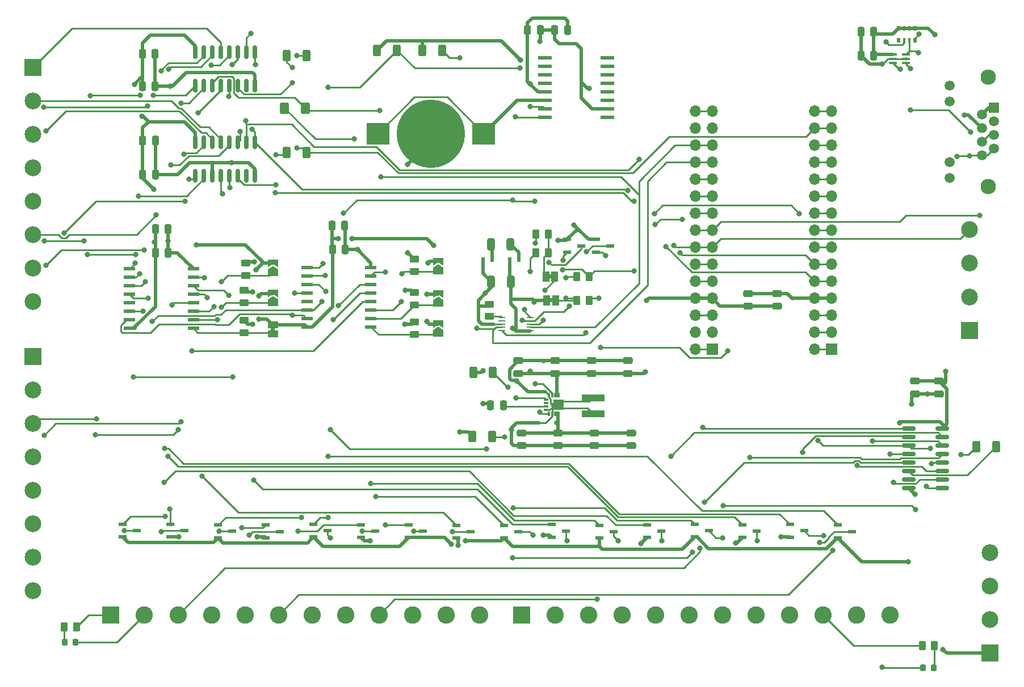
<source format=gbr>
%TF.GenerationSoftware,KiCad,Pcbnew,7.0.9*%
%TF.CreationDate,2024-04-09T00:12:48-04:00*%
%TF.ProjectId,RDL_revE4,52444c5f-7265-4764-9534-2e6b69636164,Rev E4*%
%TF.SameCoordinates,Original*%
%TF.FileFunction,Copper,L1,Top*%
%TF.FilePolarity,Positive*%
%FSLAX46Y46*%
G04 Gerber Fmt 4.6, Leading zero omitted, Abs format (unit mm)*
G04 Created by KiCad (PCBNEW 7.0.9) date 2024-04-09 00:12:48*
%MOMM*%
%LPD*%
G01*
G04 APERTURE LIST*
G04 Aperture macros list*
%AMRoundRect*
0 Rectangle with rounded corners*
0 $1 Rounding radius*
0 $2 $3 $4 $5 $6 $7 $8 $9 X,Y pos of 4 corners*
0 Add a 4 corners polygon primitive as box body*
4,1,4,$2,$3,$4,$5,$6,$7,$8,$9,$2,$3,0*
0 Add four circle primitives for the rounded corners*
1,1,$1+$1,$2,$3*
1,1,$1+$1,$4,$5*
1,1,$1+$1,$6,$7*
1,1,$1+$1,$8,$9*
0 Add four rect primitives between the rounded corners*
20,1,$1+$1,$2,$3,$4,$5,0*
20,1,$1+$1,$4,$5,$6,$7,0*
20,1,$1+$1,$6,$7,$8,$9,0*
20,1,$1+$1,$8,$9,$2,$3,0*%
%AMFreePoly0*
4,1,6,1.000000,0.000000,0.500000,-0.750000,-0.500000,-0.750000,-0.500000,0.750000,0.500000,0.750000,1.000000,0.000000,1.000000,0.000000,$1*%
%AMFreePoly1*
4,1,6,0.500000,-0.750000,-0.650000,-0.750000,-0.150000,0.000000,-0.650000,0.750000,0.500000,0.750000,0.500000,-0.750000,0.500000,-0.750000,$1*%
G04 Aperture macros list end*
%TA.AperFunction,SMDPad,CuDef*%
%ADD10R,1.168400X0.355600*%
%TD*%
%TA.AperFunction,ComponentPad*%
%ADD11R,1.500000X1.500000*%
%TD*%
%TA.AperFunction,ComponentPad*%
%ADD12C,1.500000*%
%TD*%
%TA.AperFunction,ComponentPad*%
%ADD13C,2.300000*%
%TD*%
%TA.AperFunction,SMDPad,CuDef*%
%ADD14RoundRect,0.250000X-0.250000X-0.475000X0.250000X-0.475000X0.250000X0.475000X-0.250000X0.475000X0*%
%TD*%
%TA.AperFunction,SMDPad,CuDef*%
%ADD15RoundRect,0.250000X0.475000X-0.250000X0.475000X0.250000X-0.475000X0.250000X-0.475000X-0.250000X0*%
%TD*%
%TA.AperFunction,SMDPad,CuDef*%
%ADD16R,1.803400X0.533400*%
%TD*%
%TA.AperFunction,SMDPad,CuDef*%
%ADD17FreePoly0,90.000000*%
%TD*%
%TA.AperFunction,SMDPad,CuDef*%
%ADD18FreePoly1,90.000000*%
%TD*%
%TA.AperFunction,SMDPad,CuDef*%
%ADD19RoundRect,0.250000X-0.262500X-0.450000X0.262500X-0.450000X0.262500X0.450000X-0.262500X0.450000X0*%
%TD*%
%TA.AperFunction,SMDPad,CuDef*%
%ADD20RoundRect,0.250000X0.250000X0.475000X-0.250000X0.475000X-0.250000X-0.475000X0.250000X-0.475000X0*%
%TD*%
%TA.AperFunction,ComponentPad*%
%ADD21R,2.500000X2.500000*%
%TD*%
%TA.AperFunction,ComponentPad*%
%ADD22C,2.500000*%
%TD*%
%TA.AperFunction,SMDPad,CuDef*%
%ADD23RoundRect,0.041300X0.983700X0.253700X-0.983700X0.253700X-0.983700X-0.253700X0.983700X-0.253700X0*%
%TD*%
%TA.AperFunction,SMDPad,CuDef*%
%ADD24RoundRect,0.250000X0.450000X-0.262500X0.450000X0.262500X-0.450000X0.262500X-0.450000X-0.262500X0*%
%TD*%
%TA.AperFunction,SMDPad,CuDef*%
%ADD25RoundRect,0.250000X-0.312500X-0.625000X0.312500X-0.625000X0.312500X0.625000X-0.312500X0.625000X0*%
%TD*%
%TA.AperFunction,SMDPad,CuDef*%
%ADD26RoundRect,0.250000X0.325000X0.650000X-0.325000X0.650000X-0.325000X-0.650000X0.325000X-0.650000X0*%
%TD*%
%TA.AperFunction,SMDPad,CuDef*%
%ADD27R,1.300000X0.600000*%
%TD*%
%TA.AperFunction,SMDPad,CuDef*%
%ADD28R,0.600000X0.800000*%
%TD*%
%TA.AperFunction,ComponentPad*%
%ADD29R,1.700000X1.700000*%
%TD*%
%TA.AperFunction,ComponentPad*%
%ADD30O,1.700000X1.700000*%
%TD*%
%TA.AperFunction,SMDPad,CuDef*%
%ADD31RoundRect,0.250000X0.262500X0.450000X-0.262500X0.450000X-0.262500X-0.450000X0.262500X-0.450000X0*%
%TD*%
%TA.AperFunction,ComponentPad*%
%ADD32R,2.600000X2.600000*%
%TD*%
%TA.AperFunction,ComponentPad*%
%ADD33C,2.600000*%
%TD*%
%TA.AperFunction,SMDPad,CuDef*%
%ADD34RoundRect,0.250000X-0.475000X0.250000X-0.475000X-0.250000X0.475000X-0.250000X0.475000X0.250000X0*%
%TD*%
%TA.AperFunction,SMDPad,CuDef*%
%ADD35RoundRect,0.150000X0.150000X-0.850000X0.150000X0.850000X-0.150000X0.850000X-0.150000X-0.850000X0*%
%TD*%
%TA.AperFunction,SMDPad,CuDef*%
%ADD36RoundRect,0.218750X0.218750X0.256250X-0.218750X0.256250X-0.218750X-0.256250X0.218750X-0.256250X0*%
%TD*%
%TA.AperFunction,SMDPad,CuDef*%
%ADD37RoundRect,0.002500X-0.297500X-0.122500X0.297500X-0.122500X0.297500X0.122500X-0.297500X0.122500X0*%
%TD*%
%TA.AperFunction,SMDPad,CuDef*%
%ADD38RoundRect,0.002500X-0.122500X-0.297500X0.122500X-0.297500X0.122500X0.297500X-0.122500X0.297500X0*%
%TD*%
%TA.AperFunction,SMDPad,CuDef*%
%ADD39RoundRect,0.014000X-0.411000X-0.336000X0.411000X-0.336000X0.411000X0.336000X-0.411000X0.336000X0*%
%TD*%
%TA.AperFunction,SMDPad,CuDef*%
%ADD40RoundRect,0.003500X-0.721500X-0.171500X0.721500X-0.171500X0.721500X0.171500X-0.721500X0.171500X0*%
%TD*%
%TA.AperFunction,SMDPad,CuDef*%
%ADD41RoundRect,0.003500X-0.896500X-0.171500X0.896500X-0.171500X0.896500X0.171500X-0.896500X0.171500X0*%
%TD*%
%TA.AperFunction,SMDPad,CuDef*%
%ADD42RoundRect,0.250000X0.400000X0.625000X-0.400000X0.625000X-0.400000X-0.625000X0.400000X-0.625000X0*%
%TD*%
%TA.AperFunction,SMDPad,CuDef*%
%ADD43R,1.000000X1.500000*%
%TD*%
%TA.AperFunction,SMDPad,CuDef*%
%ADD44R,1.100000X0.250000*%
%TD*%
%TA.AperFunction,SMDPad,CuDef*%
%ADD45C,10.200000*%
%TD*%
%TA.AperFunction,SMDPad,CuDef*%
%ADD46R,3.500000X3.300000*%
%TD*%
%TA.AperFunction,SMDPad,CuDef*%
%ADD47R,0.500000X0.800000*%
%TD*%
%TA.AperFunction,SMDPad,CuDef*%
%ADD48R,0.400000X0.800000*%
%TD*%
%TA.AperFunction,SMDPad,CuDef*%
%ADD49R,1.500000X1.000000*%
%TD*%
%TA.AperFunction,SMDPad,CuDef*%
%ADD50R,3.400000X0.980000*%
%TD*%
%TA.AperFunction,SMDPad,CuDef*%
%ADD51RoundRect,0.218750X-0.218750X-0.256250X0.218750X-0.256250X0.218750X0.256250X-0.218750X0.256250X0*%
%TD*%
%TA.AperFunction,SMDPad,CuDef*%
%ADD52RoundRect,0.250000X0.312500X0.625000X-0.312500X0.625000X-0.312500X-0.625000X0.312500X-0.625000X0*%
%TD*%
%TA.AperFunction,SMDPad,CuDef*%
%ADD53RoundRect,0.150000X-0.850000X-0.150000X0.850000X-0.150000X0.850000X0.150000X-0.850000X0.150000X0*%
%TD*%
%TA.AperFunction,ViaPad*%
%ADD54C,0.800000*%
%TD*%
%TA.AperFunction,Conductor*%
%ADD55C,0.250000*%
%TD*%
%TA.AperFunction,Conductor*%
%ADD56C,0.500000*%
%TD*%
%TA.AperFunction,Conductor*%
%ADD57C,0.249800*%
%TD*%
G04 APERTURE END LIST*
%TA.AperFunction,EtchedComponent*%
%TO.C,JP2*%
G36*
X159874000Y-90470000D02*
G01*
X159374000Y-90470000D01*
X159374000Y-89870000D01*
X159874000Y-89870000D01*
X159874000Y-90470000D01*
G37*
%TD.AperFunction*%
%TA.AperFunction,EtchedComponent*%
%TO.C,JP6*%
G36*
X118410000Y-94775000D02*
G01*
X117810000Y-94775000D01*
X117810000Y-94275000D01*
X118410000Y-94275000D01*
X118410000Y-94775000D01*
G37*
%TD.AperFunction*%
%TA.AperFunction,EtchedComponent*%
%TO.C,JP1*%
G36*
X159762000Y-86914000D02*
G01*
X159262000Y-86914000D01*
X159262000Y-86314000D01*
X159762000Y-86314000D01*
X159762000Y-86914000D01*
G37*
%TD.AperFunction*%
%TD*%
D10*
%TO.P,U3,1,VCC*%
%TO.N,+5V*%
X210616800Y-53452000D03*
%TO.P,U3,2,GND_2*%
%TO.N,GND*%
X210616800Y-54102000D03*
%TO.P,U3,3,ENABLE*%
%TO.N,/EN_LTC*%
X210616800Y-54752000D03*
%TO.P,U3,4,BUS2*%
%TO.N,/SDA*%
X212547200Y-54752000D03*
%TO.P,U3,5,GND*%
%TO.N,GND*%
X212547200Y-54102000D03*
%TO.P,U3,6,BUS1*%
%TO.N,/SCL*%
X212547200Y-53452000D03*
%TD*%
D11*
%TO.P,J7,1*%
%TO.N,+5V*%
X225681000Y-61464000D03*
D12*
%TO.P,J7,2*%
X223901000Y-62480000D03*
%TO.P,J7,3*%
%TO.N,GND*%
X225681000Y-63496000D03*
%TO.P,J7,4*%
X223901000Y-64512000D03*
%TO.P,J7,5*%
%TO.N,/SDA*%
X225681000Y-65528000D03*
%TO.P,J7,6*%
X223901000Y-66544000D03*
%TO.P,J7,7*%
%TO.N,/SCL*%
X225681000Y-67560000D03*
%TO.P,J7,8*%
X223901000Y-68576000D03*
%TO.P,J7,9*%
%TO.N,unconnected-(J7-Pad9)*%
X219081000Y-58164000D03*
%TO.P,J7,10*%
%TO.N,unconnected-(J7-Pad10)*%
X219081000Y-60454000D03*
%TO.P,J7,11*%
%TO.N,unconnected-(J7-Pad11)*%
X219081000Y-69594000D03*
%TO.P,J7,12*%
%TO.N,unconnected-(J7-Pad12)*%
X219081000Y-71884000D03*
D13*
%TO.P,J7,SH*%
%TO.N,GND*%
X224791000Y-56894000D03*
X224791000Y-73154000D03*
%TD*%
D14*
%TO.P,C2,1*%
%TO.N,+5V*%
X160152000Y-49784000D03*
%TO.P,C2,2*%
%TO.N,GND*%
X162052000Y-49784000D03*
%TD*%
D15*
%TO.P,C18,1*%
%TO.N,+5V*%
X160181500Y-101114500D03*
%TO.P,C18,2*%
%TO.N,GND*%
X160181500Y-99214500D03*
%TD*%
D16*
%TO.P,U9,1,A0*%
%TO.N,/PCF2_A0*%
X106243200Y-94401600D03*
%TO.P,U9,2,A1*%
%TO.N,/PCF2_A1*%
X106243200Y-93131600D03*
%TO.P,U9,3,A2*%
%TO.N,/PCF2_A2*%
X106243200Y-91861600D03*
%TO.P,U9,4,P0*%
%TO.N,/mosfet10*%
X106243200Y-90591600D03*
%TO.P,U9,5,P1*%
%TO.N,/mosfet11*%
X106243200Y-89321600D03*
%TO.P,U9,6,P2*%
%TO.N,/mosfet12*%
X106243200Y-88051600D03*
%TO.P,U9,7,P3*%
%TO.N,/mosfet13*%
X106243200Y-86781600D03*
%TO.P,U9,8,VSS*%
%TO.N,GND*%
X106243200Y-85511600D03*
%TO.P,U9,9,P4*%
%TO.N,/mosfet14*%
X96692800Y-85511600D03*
%TO.P,U9,10,P5*%
%TO.N,/mosfet15*%
X96692800Y-86781600D03*
%TO.P,U9,11,P6*%
%TO.N,/mosfet16*%
X96692800Y-88051600D03*
%TO.P,U9,12,P7*%
%TO.N,/mosfet17*%
X96692800Y-89321600D03*
%TO.P,U9,13,~INT*%
%TO.N,unconnected-(U9-~INT-Pad13)*%
X96692800Y-90591600D03*
%TO.P,U9,14,SCL*%
%TO.N,/SCL*%
X96692800Y-91861600D03*
%TO.P,U9,15,SDA*%
%TO.N,/SDA*%
X96692800Y-93131600D03*
%TO.P,U9,16,VDD*%
%TO.N,+5V*%
X96692800Y-94401600D03*
%TD*%
D14*
%TO.P,C5,1*%
%TO.N,+5V*%
X98618000Y-53340000D03*
%TO.P,C5,2*%
%TO.N,GND*%
X100518000Y-53340000D03*
%TD*%
D17*
%TO.P,JP5,1,A*%
%TO.N,/PCF1_A2*%
X142748000Y-85778000D03*
D18*
%TO.P,JP5,2,B*%
%TO.N,+5V*%
X142748000Y-84328000D03*
%TD*%
D17*
%TO.P,JP8,1,A*%
%TO.N,/PCF2_A2*%
X118110000Y-86032000D03*
D18*
%TO.P,JP8,2,B*%
%TO.N,+5V*%
X118110000Y-84582000D03*
%TD*%
D19*
%TO.P,R11,1*%
%TO.N,/SCL_ADS*%
X157329500Y-80264000D03*
%TO.P,R11,2*%
%TO.N,Net-(JP1-A)*%
X159154500Y-80264000D03*
%TD*%
D20*
%TO.P,C3,1*%
%TO.N,+5V*%
X207706000Y-53594000D03*
%TO.P,C3,2*%
%TO.N,GND*%
X205806000Y-53594000D03*
%TD*%
D21*
%TO.P,J3,1,Pin_1*%
%TO.N,+5V*%
X221996000Y-94662000D03*
D22*
%TO.P,J3,2,Pin_2*%
%TO.N,GND*%
X221996000Y-89662000D03*
%TO.P,J3,3,Pin_3*%
%TO.N,/SDA*%
X221996000Y-84662000D03*
%TO.P,J3,4,Pin_4*%
%TO.N,/SCL*%
X221996000Y-79662000D03*
%TD*%
D23*
%TO.P,U1,1,32KHZ*%
%TO.N,unconnected-(U1-32KHZ-Pad1)*%
X167977000Y-62865000D03*
%TO.P,U1,2,VCC*%
%TO.N,+5V*%
X167977000Y-61595000D03*
%TO.P,U1,3,SQW/~{INT}*%
%TO.N,unconnected-(U1-SQW{slash}~{INT}-Pad3)*%
X167977000Y-60325000D03*
%TO.P,U1,4,~{RST}*%
%TO.N,unconnected-(U1-~{RST}-Pad4)*%
X167977000Y-59055000D03*
%TO.P,U1,5*%
%TO.N,N/C*%
X167977000Y-57785000D03*
%TO.P,U1,6*%
X167977000Y-56515000D03*
%TO.P,U1,7*%
X167977000Y-55245000D03*
%TO.P,U1,8*%
X167977000Y-53975000D03*
%TO.P,U1,9*%
X158667000Y-53975000D03*
%TO.P,U1,10*%
X158667000Y-55245000D03*
%TO.P,U1,11*%
X158667000Y-56515000D03*
%TO.P,U1,12*%
X158667000Y-57785000D03*
%TO.P,U1,13,GND*%
%TO.N,GND*%
X158667000Y-59055000D03*
%TO.P,U1,14,VBAT*%
%TO.N,+BATT*%
X158667000Y-60325000D03*
%TO.P,U1,15,SDA*%
%TO.N,/SDA*%
X158667000Y-61595000D03*
%TO.P,U1,16,SCL*%
%TO.N,/SCL*%
X158667000Y-62865000D03*
%TD*%
D24*
%TO.P,R13,1*%
%TO.N,/PCF1_A0*%
X139192000Y-95289500D03*
%TO.P,R13,2*%
%TO.N,GND*%
X139192000Y-93464500D03*
%TD*%
D25*
%TO.P,R4,1*%
%TO.N,Net-(U4-~{E})*%
X120203500Y-68072000D03*
%TO.P,R4,2*%
%TO.N,/pin14*%
X123128500Y-68072000D03*
%TD*%
D26*
%TO.P,C9,1*%
%TO.N,Net-(C9-Pad1)*%
X153562000Y-81788000D03*
%TO.P,C9,2*%
%TO.N,Net-(C9-Pad2)*%
X150612000Y-81788000D03*
%TD*%
D15*
%TO.P,C17,1*%
%TO.N,+5V*%
X154739100Y-101114500D03*
%TO.P,C17,2*%
%TO.N,GND*%
X154739100Y-99214500D03*
%TD*%
D19*
%TO.P,R12,1*%
%TO.N,/SDA_ADS*%
X157329500Y-83058000D03*
%TO.P,R12,2*%
%TO.N,Net-(JP1-A)*%
X159154500Y-83058000D03*
%TD*%
D27*
%TO.P,Q11,1,G*%
%TO.N,/mosfet5*%
X166816900Y-123804000D03*
%TO.P,Q11,2,S*%
%TO.N,+5V*%
X166816900Y-125704000D03*
%TO.P,Q11,3,D*%
%TO.N,/ANA5-VCC*%
X168916900Y-124754000D03*
%TD*%
D17*
%TO.P,JP3,1,A*%
%TO.N,/PCF1_A0*%
X142748000Y-95139000D03*
D18*
%TO.P,JP3,2,B*%
%TO.N,+5V*%
X142748000Y-93689000D03*
%TD*%
D27*
%TO.P,Q4,1,G*%
%TO.N,/mosfet11*%
X117042500Y-123777300D03*
%TO.P,Q4,2,S*%
%TO.N,GND*%
X117042500Y-125677300D03*
%TO.P,Q4,3,D*%
%TO.N,/ANA1-GND*%
X119142500Y-124727300D03*
%TD*%
D25*
%TO.P,R3,1*%
%TO.N,Net-(U2-~{E})*%
X120203500Y-53594000D03*
%TO.P,R3,2*%
%TO.N,/pin14*%
X123128500Y-53594000D03*
%TD*%
D27*
%TO.P,Q8,1,G*%
%TO.N,/mosfet13*%
X145485000Y-123790600D03*
%TO.P,Q8,2,S*%
%TO.N,GND*%
X145485000Y-125690600D03*
%TO.P,Q8,3,D*%
%TO.N,/ANA3-GND*%
X147585000Y-124740600D03*
%TD*%
D28*
%TO.P,FB1,1*%
%TO.N,GND*%
X149417000Y-84074000D03*
%TO.P,FB1,2*%
%TO.N,Net-(C9-Pad2)*%
X150817000Y-84074000D03*
%TD*%
D29*
%TO.P,J4,1,Pin_1*%
%TO.N,/pin1*%
X201427000Y-97531000D03*
D30*
%TO.P,J4,2,Pin_2*%
%TO.N,/pin2*%
X201427000Y-94991000D03*
%TO.P,J4,3,Pin_3*%
%TO.N,/pin3*%
X201427000Y-92451000D03*
%TO.P,J4,4,Pin_4*%
%TO.N,GND*%
X201427000Y-89911000D03*
%TO.P,J4,5,Pin_5*%
%TO.N,/pin5*%
X201427000Y-87371000D03*
%TO.P,J4,6,Pin_6*%
%TO.N,/pin6*%
X201427000Y-84831000D03*
%TO.P,J4,7,Pin_7*%
%TO.N,/pin7*%
X201427000Y-82291000D03*
%TO.P,J4,8,Pin_8*%
%TO.N,/pin8*%
X201427000Y-79751000D03*
%TO.P,J4,9,Pin_9*%
%TO.N,/pin9*%
X201427000Y-77211000D03*
%TO.P,J4,10,Pin_10*%
%TO.N,/pin10*%
X201427000Y-74671000D03*
%TO.P,J4,11,Pin_11*%
%TO.N,/pin11*%
X201427000Y-72131000D03*
%TO.P,J4,12,Pin_12*%
%TO.N,/pin12*%
X201427000Y-69591000D03*
%TO.P,J4,13,Pin_13*%
%TO.N,/pin13*%
X201427000Y-67051000D03*
%TO.P,J4,14,Pin_14*%
%TO.N,/pin14*%
X201427000Y-64511000D03*
%TO.P,J4,15,Pin_15*%
%TO.N,/pin15*%
X201427000Y-61971000D03*
%TO.P,J4,16,Pin_16*%
%TO.N,/pin1*%
X198887000Y-97531000D03*
%TO.P,J4,17,Pin_17*%
%TO.N,/pin2*%
X198887000Y-94991000D03*
%TO.P,J4,18,Pin_18*%
%TO.N,/pin3*%
X198887000Y-92451000D03*
%TO.P,J4,19,Pin_19*%
%TO.N,GND*%
X198887000Y-89911000D03*
%TO.P,J4,20,Pin_20*%
%TO.N,/pin5*%
X198887000Y-87371000D03*
%TO.P,J4,21,Pin_21*%
%TO.N,/pin6*%
X198887000Y-84831000D03*
%TO.P,J4,22,Pin_22*%
%TO.N,/pin7*%
X198887000Y-82291000D03*
%TO.P,J4,23,Pin_23*%
%TO.N,/pin8*%
X198887000Y-79751000D03*
%TO.P,J4,24,Pin_24*%
%TO.N,/pin9*%
X198887000Y-77211000D03*
%TO.P,J4,25,Pin_25*%
%TO.N,/pin10*%
X198887000Y-74671000D03*
%TO.P,J4,26,Pin_26*%
%TO.N,/pin11*%
X198887000Y-72131000D03*
%TO.P,J4,27,Pin_27*%
%TO.N,/pin12*%
X198887000Y-69591000D03*
%TO.P,J4,28,Pin_28*%
%TO.N,/pin13*%
X198887000Y-67051000D03*
%TO.P,J4,29,Pin_29*%
%TO.N,/pin14*%
X198887000Y-64511000D03*
%TO.P,J4,30,Pin_30*%
%TO.N,/pin15*%
X198887000Y-61971000D03*
%TD*%
D20*
%TO.P,C1,1*%
%TO.N,+5V*%
X157988000Y-49784000D03*
%TO.P,C1,2*%
%TO.N,GND*%
X156088000Y-49784000D03*
%TD*%
D31*
%TO.P,R14,1*%
%TO.N,Net-(D2-A)*%
X216787000Y-141732000D03*
%TO.P,R14,2*%
%TO.N,/ANA7-VCC*%
X214962000Y-141732000D03*
%TD*%
D32*
%TO.P,J8,1,Pin_1*%
%TO.N,/ANA0-VCC*%
X93952000Y-137160000D03*
D33*
%TO.P,J8,2,Pin_2*%
%TO.N,/ANA0-GND*%
X98952000Y-137160000D03*
%TO.P,J8,3,Pin_3*%
%TO.N,/ANA0-SIG*%
X103952000Y-137160000D03*
%TO.P,J8,4,Pin_4*%
%TO.N,/ANA1-VCC*%
X108952000Y-137160000D03*
%TO.P,J8,5,Pin_5*%
%TO.N,/ANA1-GND*%
X113952000Y-137160000D03*
%TO.P,J8,6,Pin_6*%
%TO.N,/ANA1-SIG*%
X118952000Y-137160000D03*
%TO.P,J8,7,Pin_7*%
%TO.N,/ANA2-VCC*%
X123952000Y-137160000D03*
%TO.P,J8,8,Pin_8*%
%TO.N,/ANA2-GND*%
X128952000Y-137160000D03*
%TO.P,J8,9,Pin_9*%
%TO.N,/ANA2-SIG*%
X133952000Y-137160000D03*
%TO.P,J8,10,Pin_10*%
%TO.N,/ANA3-VCC*%
X138952000Y-137160000D03*
%TO.P,J8,11,Pin_11*%
%TO.N,/ANA3-GND*%
X143952000Y-137160000D03*
%TO.P,J8,12,Pin_12*%
%TO.N,/ANA3-SIG*%
X148952000Y-137160000D03*
%TD*%
D34*
%TO.P,C27,1*%
%TO.N,VSS*%
X171524000Y-109982000D03*
%TO.P,C27,2*%
%TO.N,GND*%
X171524000Y-111882000D03*
%TD*%
D15*
%TO.P,C20,1*%
%TO.N,+5V*%
X165624000Y-101114500D03*
%TO.P,C20,2*%
%TO.N,GND*%
X165624000Y-99214500D03*
%TD*%
D35*
%TO.P,U2,1,CH_A4*%
%TO.N,/CH5*%
X106569800Y-58090500D03*
%TO.P,U2,2,CH_A6*%
%TO.N,/CH7*%
X107839800Y-58090500D03*
%TO.P,U2,3,COM*%
%TO.N,/A0*%
X109109800Y-58090500D03*
%TO.P,U2,4,CH_A7*%
%TO.N,/CH8*%
X110379800Y-58090500D03*
%TO.P,U2,5,CH_A5*%
%TO.N,/CH6*%
X111649800Y-58090500D03*
%TO.P,U2,6,~{E}*%
%TO.N,Net-(U2-~{E})*%
X112919800Y-58090500D03*
%TO.P,U2,7,VEE*%
%TO.N,unconnected-(U2-VEE-Pad7)*%
X114189800Y-58090500D03*
%TO.P,U2,8,GND*%
%TO.N,GND*%
X115459800Y-58090500D03*
%TO.P,U2,9,S2*%
%TO.N,/pin7*%
X115459800Y-53090500D03*
%TO.P,U2,10,S1*%
%TO.N,/pin6*%
X114189800Y-53090500D03*
%TO.P,U2,11,S0*%
%TO.N,/pin5*%
X112919800Y-53090500D03*
%TO.P,U2,12,CH_A3*%
%TO.N,/CH4*%
X111649800Y-53090500D03*
%TO.P,U2,13,CH_A0*%
%TO.N,/CH1*%
X110379800Y-53090500D03*
%TO.P,U2,14,CH_A1*%
%TO.N,/CH2*%
X109109800Y-53090500D03*
%TO.P,U2,15,CH_A2*%
%TO.N,/CH3*%
X107839800Y-53090500D03*
%TO.P,U2,16,VCC*%
%TO.N,+5V*%
X106569800Y-53090500D03*
%TD*%
D36*
%TO.P,D1,1,K*%
%TO.N,/ANA0-GND*%
X88671500Y-141224000D03*
%TO.P,D1,2,A*%
%TO.N,Net-(D1-A)*%
X87096500Y-141224000D03*
%TD*%
D24*
%TO.P,R16,1*%
%TO.N,/PCF1_A2*%
X139192000Y-85891500D03*
%TO.P,R16,2*%
%TO.N,GND*%
X139192000Y-84066500D03*
%TD*%
D27*
%TO.P,Q13,1,G*%
%TO.N,/mosfet6*%
X181038100Y-123630600D03*
%TO.P,Q13,2,S*%
%TO.N,+5V*%
X181038100Y-125530600D03*
%TO.P,Q13,3,D*%
%TO.N,/ANA6-VCC*%
X183138100Y-124580600D03*
%TD*%
D37*
%TO.P,U8,1,PS/SYNC*%
%TO.N,PS*%
X158832500Y-105024500D03*
%TO.P,U8,2,PG*%
%TO.N,unconnected-(U8-PG-Pad2)*%
X158832500Y-105524500D03*
%TO.P,U8,3,VAUX*%
%TO.N,Net-(U8-VAUX)*%
X158832500Y-106024500D03*
%TO.P,U8,4,GND*%
%TO.N,GND*%
X158832500Y-106524500D03*
D38*
%TO.P,U8,5,FB*%
%TO.N,VSS*%
X159257500Y-107174500D03*
%TO.P,U8,6,FB2*%
%TO.N,GND*%
X159757500Y-107174500D03*
D39*
%TO.P,U8,7_8,VOUT*%
%TO.N,VSS*%
X160507500Y-107174500D03*
D40*
%TO.P,U8,9,L2*%
%TO.N,Net-(U8-L2)*%
X160757500Y-106274500D03*
D41*
%TO.P,U8,10,PGND*%
%TO.N,GND*%
X160582500Y-105774500D03*
D40*
%TO.P,U8,11,L1*%
%TO.N,Net-(U8-L1)*%
X160757500Y-105274500D03*
D39*
%TO.P,U8,12_13,VIN*%
%TO.N,+5V*%
X160507500Y-104374500D03*
D38*
%TO.P,U8,14,EN*%
%TO.N,EN*%
X159757500Y-104374500D03*
%TO.P,U8,15,VSEL*%
%TO.N,GND*%
X159257500Y-104374500D03*
%TD*%
D21*
%TO.P,J1,1,Pin_1*%
%TO.N,/CH1*%
X82296000Y-55372000D03*
D22*
%TO.P,J1,2,Pin_2*%
%TO.N,/CH1_GND*%
X82296000Y-60372000D03*
%TO.P,J1,3,Pin_3*%
%TO.N,/CH2*%
X82296000Y-65372000D03*
%TO.P,J1,4,Pin_4*%
%TO.N,/CH2_GND*%
X82296000Y-70372000D03*
%TO.P,J1,5,Pin_5*%
%TO.N,/CH3*%
X82296000Y-75372000D03*
%TO.P,J1,6,Pin_6*%
%TO.N,/CH3_GND*%
X82296000Y-80372000D03*
%TO.P,J1,7,Pin_7*%
%TO.N,/CH4*%
X82296000Y-85372000D03*
%TO.P,J1,8,Pin_8*%
%TO.N,/CH4_GND*%
X82296000Y-90372000D03*
%TD*%
D27*
%TO.P,Q18,1,G*%
%TO.N,+5V*%
X166336000Y-81092000D03*
%TO.P,Q18,2,S*%
%TO.N,/SDA*%
X166336000Y-82992000D03*
%TO.P,Q18,3,D*%
%TO.N,/SDA_ADS*%
X168436000Y-82042000D03*
%TD*%
D42*
%TO.P,R5,1*%
%TO.N,/A0*%
X122962000Y-61468000D03*
%TO.P,R5,2*%
%TO.N,+3V3*%
X119862000Y-61468000D03*
%TD*%
D24*
%TO.P,R20,1*%
%TO.N,/PCF2_A1*%
X113792000Y-90537500D03*
%TO.P,R20,2*%
%TO.N,GND*%
X113792000Y-88712500D03*
%TD*%
D27*
%TO.P,Q9,1,G*%
%TO.N,/mosfet4*%
X152595600Y-123817300D03*
%TO.P,Q9,2,S*%
%TO.N,+5V*%
X152595600Y-125717300D03*
%TO.P,Q9,3,D*%
%TO.N,/ANA4-VCC*%
X154695600Y-124767300D03*
%TD*%
D24*
%TO.P,R19,1*%
%TO.N,/PCF2_A0*%
X113792000Y-95033000D03*
%TO.P,R19,2*%
%TO.N,GND*%
X113792000Y-93208000D03*
%TD*%
%TO.P,R21,1*%
%TO.N,/PCF2_A2*%
X114046000Y-86473500D03*
%TO.P,R21,2*%
%TO.N,GND*%
X114046000Y-84648500D03*
%TD*%
%TO.P,R7,1*%
%TO.N,Net-(U5-ADDR)*%
X150368000Y-92606500D03*
%TO.P,R7,2*%
%TO.N,GND*%
X150368000Y-90781500D03*
%TD*%
D14*
%TO.P,C13,1*%
%TO.N,+5V*%
X126934000Y-79046900D03*
%TO.P,C13,2*%
%TO.N,GND*%
X128834000Y-79046900D03*
%TD*%
D34*
%TO.P,C21,1*%
%TO.N,+5V*%
X213868000Y-102240000D03*
%TO.P,C21,2*%
%TO.N,GND*%
X213868000Y-104140000D03*
%TD*%
D27*
%TO.P,Q5,1,G*%
%TO.N,/mosfet2*%
X124153100Y-123644000D03*
%TO.P,Q5,2,S*%
%TO.N,+5V*%
X124153100Y-125544000D03*
%TO.P,Q5,3,D*%
%TO.N,/ANA2-VCC*%
X126253100Y-124594000D03*
%TD*%
%TO.P,Q17,1,G*%
%TO.N,+5V*%
X162018000Y-81092000D03*
%TO.P,Q17,2,S*%
%TO.N,/SCL*%
X162018000Y-82992000D03*
%TO.P,Q17,3,D*%
%TO.N,/SCL_ADS*%
X164118000Y-82042000D03*
%TD*%
%TO.P,Q2,1,G*%
%TO.N,/mosfet10*%
X102821200Y-123657300D03*
%TO.P,Q2,2,S*%
%TO.N,GND*%
X102821200Y-125557300D03*
%TO.P,Q2,3,D*%
%TO.N,/ANA0-GND*%
X104921200Y-124607300D03*
%TD*%
D31*
%TO.P,R17,1*%
%TO.N,/SCL*%
X165250500Y-86614000D03*
%TO.P,R17,2*%
%TO.N,Net-(JP2-A)*%
X163425500Y-86614000D03*
%TD*%
D34*
%TO.P,C25,1*%
%TO.N,VSS*%
X166080700Y-109982000D03*
%TO.P,C25,2*%
%TO.N,GND*%
X166080700Y-111882000D03*
%TD*%
D17*
%TO.P,JP4,1,A*%
%TO.N,/PCF1_A1*%
X142748000Y-90641000D03*
D18*
%TO.P,JP4,2,B*%
%TO.N,+5V*%
X142748000Y-89191000D03*
%TD*%
D43*
%TO.P,JP2,1,A*%
%TO.N,Net-(JP2-A)*%
X160274000Y-90170000D03*
%TO.P,JP2,2,B*%
%TO.N,+5V*%
X158974000Y-90170000D03*
%TD*%
D27*
%TO.P,Q12,1,G*%
%TO.N,/mosfet15*%
X173927500Y-123710600D03*
%TO.P,Q12,2,S*%
%TO.N,GND*%
X173927500Y-125610600D03*
%TO.P,Q12,3,D*%
%TO.N,/ANA5-GND*%
X176027500Y-124660600D03*
%TD*%
%TO.P,Q16,1,G*%
%TO.N,/mosfet7*%
X202370000Y-123764000D03*
%TO.P,Q16,2,S*%
%TO.N,+5V*%
X202370000Y-125664000D03*
%TO.P,Q16,3,D*%
%TO.N,/ANA7-VCC*%
X204470000Y-124714000D03*
%TD*%
D44*
%TO.P,U5,1,ADDR*%
%TO.N,Net-(U5-ADDR)*%
X152223000Y-92726000D03*
%TO.P,U5,2,ALERT/RDY*%
%TO.N,unconnected-(U5-ALERT{slash}RDY-Pad2)*%
X152223000Y-93226000D03*
%TO.P,U5,3,GND*%
%TO.N,GND*%
X152223000Y-93726000D03*
%TO.P,U5,4,AIN0*%
%TO.N,/A0*%
X152223000Y-94226000D03*
%TO.P,U5,5,AIN1*%
%TO.N,/pin20*%
X152223000Y-94726000D03*
%TO.P,U5,6,AIN2*%
%TO.N,+5V*%
X156523000Y-94726000D03*
%TO.P,U5,7,AIN3*%
%TO.N,+3V3*%
X156523000Y-94226000D03*
%TO.P,U5,8,VDD*%
%TO.N,VSS*%
X156523000Y-93726000D03*
%TO.P,U5,9,SDA*%
%TO.N,/SDA_ADS*%
X156523000Y-93226000D03*
%TO.P,U5,10,SCL*%
%TO.N,/SCL_ADS*%
X156523000Y-92726000D03*
%TD*%
D15*
%TO.P,C12,1*%
%TO.N,+5V*%
X193294000Y-91054000D03*
%TO.P,C12,2*%
%TO.N,GND*%
X193294000Y-89154000D03*
%TD*%
%TO.P,C11,1*%
%TO.N,+5V*%
X188976000Y-91054000D03*
%TO.P,C11,2*%
%TO.N,GND*%
X188976000Y-89154000D03*
%TD*%
D14*
%TO.P,C15,1*%
%TO.N,+5V*%
X100574000Y-79542600D03*
%TO.P,C15,2*%
%TO.N,GND*%
X102474000Y-79542600D03*
%TD*%
D27*
%TO.P,Q6,1,G*%
%TO.N,/mosfet12*%
X131263700Y-123737300D03*
%TO.P,Q6,2,S*%
%TO.N,GND*%
X131263700Y-125637300D03*
%TO.P,Q6,3,D*%
%TO.N,/ANA2-GND*%
X133363700Y-124687300D03*
%TD*%
D16*
%TO.P,U7,1,A0*%
%TO.N,/PCF1_A0*%
X132725200Y-94159900D03*
%TO.P,U7,2,A1*%
%TO.N,/PCF1_A1*%
X132725200Y-92889900D03*
%TO.P,U7,3,A2*%
%TO.N,/PCF1_A2*%
X132725200Y-91619900D03*
%TO.P,U7,4,P0*%
%TO.N,/mosfet0*%
X132725200Y-90349900D03*
%TO.P,U7,5,P1*%
%TO.N,/mosfet1*%
X132725200Y-89079900D03*
%TO.P,U7,6,P2*%
%TO.N,/mosfet2*%
X132725200Y-87809900D03*
%TO.P,U7,7,P3*%
%TO.N,/mosfet3*%
X132725200Y-86539900D03*
%TO.P,U7,8,VSS*%
%TO.N,GND*%
X132725200Y-85269900D03*
%TO.P,U7,9,P4*%
%TO.N,/mosfet4*%
X123174800Y-85269900D03*
%TO.P,U7,10,P5*%
%TO.N,/mosfet5*%
X123174800Y-86539900D03*
%TO.P,U7,11,P6*%
%TO.N,/mosfet6*%
X123174800Y-87809900D03*
%TO.P,U7,12,P7*%
%TO.N,/mosfet7*%
X123174800Y-89079900D03*
%TO.P,U7,13,~INT*%
%TO.N,unconnected-(U7-~INT-Pad13)*%
X123174800Y-90349900D03*
%TO.P,U7,14,SCL*%
%TO.N,/SCL*%
X123174800Y-91619900D03*
%TO.P,U7,15,SDA*%
%TO.N,/SDA*%
X123174800Y-92889900D03*
%TO.P,U7,16,VDD*%
%TO.N,+5V*%
X123174800Y-94159900D03*
%TD*%
D20*
%TO.P,C4,1*%
%TO.N,+5V*%
X207706000Y-50038000D03*
%TO.P,C4,2*%
%TO.N,GND*%
X205806000Y-50038000D03*
%TD*%
D27*
%TO.P,Q3,1,G*%
%TO.N,/mosfet1*%
X109931900Y-123750600D03*
%TO.P,Q3,2,S*%
%TO.N,+5V*%
X109931900Y-125650600D03*
%TO.P,Q3,3,D*%
%TO.N,/ANA1-VCC*%
X112031900Y-124700600D03*
%TD*%
%TO.P,Q7,1,G*%
%TO.N,/mosfet3*%
X138374400Y-123724000D03*
%TO.P,Q7,2,S*%
%TO.N,+5V*%
X138374400Y-125624000D03*
%TO.P,Q7,3,D*%
%TO.N,/ANA3-VCC*%
X140474400Y-124674000D03*
%TD*%
D35*
%TO.P,U4,16,VCC*%
%TO.N,+5V*%
X106568000Y-66576900D03*
%TO.P,U4,15,CH_A2*%
%TO.N,/CH3_GND*%
X107838000Y-66576900D03*
%TO.P,U4,14,CH_A1*%
%TO.N,/CH2_GND*%
X109108000Y-66576900D03*
%TO.P,U4,13,CH_A0*%
%TO.N,/CH1_GND*%
X110378000Y-66576900D03*
%TO.P,U4,12,CH_A3*%
%TO.N,/CH4_GND*%
X111648000Y-66576900D03*
%TO.P,U4,11,S0*%
%TO.N,/pin5*%
X112918000Y-66576900D03*
%TO.P,U4,10,S1*%
%TO.N,/pin6*%
X114188000Y-66576900D03*
%TO.P,U4,9,S2*%
%TO.N,/pin7*%
X115458000Y-66576900D03*
%TO.P,U4,8,GND*%
%TO.N,GND*%
X115458000Y-71576900D03*
%TO.P,U4,7,VEE*%
%TO.N,unconnected-(U4-VEE-Pad7)*%
X114188000Y-71576900D03*
%TO.P,U4,6,~{E}*%
%TO.N,Net-(U4-~{E})*%
X112918000Y-71576900D03*
%TO.P,U4,5,CH_A5*%
%TO.N,/CH6_GND*%
X111648000Y-71576900D03*
%TO.P,U4,4,CH_A7*%
%TO.N,/CH8_GND*%
X110378000Y-71576900D03*
%TO.P,U4,3,COM*%
%TO.N,GND*%
X109108000Y-71576900D03*
%TO.P,U4,2,CH_A6*%
%TO.N,/CH7_GND*%
X107838000Y-71576900D03*
%TO.P,U4,1,CH_A4*%
%TO.N,/CH5_GND*%
X106568000Y-71576900D03*
%TD*%
D27*
%TO.P,Q1,1,G*%
%TO.N,/mosfet0*%
X95710600Y-123617300D03*
%TO.P,Q1,2,S*%
%TO.N,+5V*%
X95710600Y-125517300D03*
%TO.P,Q1,3,D*%
%TO.N,/ANA0-VCC*%
X97810600Y-124567300D03*
%TD*%
D14*
%TO.P,C6,1*%
%TO.N,+5V*%
X98684000Y-66294000D03*
%TO.P,C6,2*%
%TO.N,GND*%
X100584000Y-66294000D03*
%TD*%
D20*
%TO.P,C26,1*%
%TO.N,Net-(U8-VAUX)*%
X152490000Y-105884500D03*
%TO.P,C26,2*%
%TO.N,GND*%
X150590000Y-105884500D03*
%TD*%
D24*
%TO.P,R15,1*%
%TO.N,/PCF1_A1*%
X139192000Y-90868000D03*
%TO.P,R15,2*%
%TO.N,GND*%
X139192000Y-89043000D03*
%TD*%
D32*
%TO.P,J9,1,Pin_1*%
%TO.N,/ANA4-VCC*%
X155180000Y-137160000D03*
D33*
%TO.P,J9,2,Pin_2*%
%TO.N,/ANA4-GND*%
X160180000Y-137160000D03*
%TO.P,J9,3,Pin_3*%
%TO.N,/ANA4-SIG*%
X165180000Y-137160000D03*
%TO.P,J9,4,Pin_4*%
%TO.N,/ANA5-VCC*%
X170180000Y-137160000D03*
%TO.P,J9,5,Pin_5*%
%TO.N,/ANA5-GND*%
X175180000Y-137160000D03*
%TO.P,J9,6,Pin_6*%
%TO.N,/ANA5-SIG*%
X180180000Y-137160000D03*
%TO.P,J9,7,Pin_7*%
%TO.N,/ANA6-VCC*%
X185180000Y-137160000D03*
%TO.P,J9,8,Pin_8*%
%TO.N,/ANA6-GND*%
X190180000Y-137160000D03*
%TO.P,J9,9,Pin_9*%
%TO.N,/ANA6-SIG*%
X195180000Y-137160000D03*
%TO.P,J9,10,Pin_10*%
%TO.N,/ANA7-VCC*%
X200180000Y-137160000D03*
%TO.P,J9,11,Pin_11*%
%TO.N,/ANA7-GND*%
X205180000Y-137160000D03*
%TO.P,J9,12,Pin_12*%
%TO.N,/ANA7-SIG*%
X210180000Y-137160000D03*
%TD*%
D34*
%TO.P,C19,1*%
%TO.N,+5V*%
X217424000Y-102240000D03*
%TO.P,C19,2*%
%TO.N,GND*%
X217424000Y-104140000D03*
%TD*%
D28*
%TO.P,FB2,1*%
%TO.N,+5V*%
X153419000Y-84074000D03*
%TO.P,FB2,2*%
%TO.N,Net-(C9-Pad1)*%
X154819000Y-84074000D03*
%TD*%
D15*
%TO.P,C22,1*%
%TO.N,+5V*%
X171066400Y-101114500D03*
%TO.P,C22,2*%
%TO.N,GND*%
X171066400Y-99214500D03*
%TD*%
D14*
%TO.P,C7,1*%
%TO.N,+5V*%
X98618000Y-58166000D03*
%TO.P,C7,2*%
%TO.N,GND*%
X100518000Y-58166000D03*
%TD*%
D25*
%TO.P,R10,1*%
%TO.N,+5V*%
X147889500Y-110512500D03*
%TO.P,R10,2*%
%TO.N,PS*%
X150814500Y-110512500D03*
%TD*%
D19*
%TO.P,R6,1*%
%TO.N,Net-(D1-A)*%
X86971500Y-138938000D03*
%TO.P,R6,2*%
%TO.N,/ANA0-VCC*%
X88796500Y-138938000D03*
%TD*%
D29*
%TO.P,J6,1,Pin_1*%
%TO.N,/pin30*%
X183652000Y-97526000D03*
D30*
%TO.P,J6,2,Pin_2*%
%TO.N,GND*%
X183652000Y-94986000D03*
%TO.P,J6,3,Pin_3*%
%TO.N,/pin28*%
X183652000Y-92446000D03*
%TO.P,J6,4,Pin_4*%
%TO.N,+5V*%
X183652000Y-89906000D03*
%TO.P,J6,5,Pin_5*%
%TO.N,/pin26*%
X183652000Y-87366000D03*
%TO.P,J6,6,Pin_6*%
%TO.N,/pin25*%
X183652000Y-84826000D03*
%TO.P,J6,7,Pin_7*%
%TO.N,/SCL*%
X183652000Y-82286000D03*
%TO.P,J6,8,Pin_8*%
%TO.N,/SDA*%
X183652000Y-79746000D03*
%TO.P,J6,9,Pin_9*%
%TO.N,/pin22*%
X183652000Y-77206000D03*
%TO.P,J6,10,Pin_10*%
%TO.N,/pin21*%
X183652000Y-74666000D03*
%TO.P,J6,11,Pin_11*%
%TO.N,/pin20*%
X183652000Y-72126000D03*
%TO.P,J6,12,Pin_12*%
%TO.N,/A0*%
X183652000Y-69586000D03*
%TO.P,J6,13,Pin_13*%
%TO.N,+3V3*%
X183652000Y-67046000D03*
%TO.P,J6,14,Pin_14*%
X183652000Y-64506000D03*
%TO.P,J6,15,Pin_15*%
%TO.N,/pin16*%
X183652000Y-61966000D03*
%TO.P,J6,16,Pin_16*%
%TO.N,/pin30*%
X181112000Y-97526000D03*
%TO.P,J6,17,Pin_17*%
%TO.N,GND*%
X181112000Y-94986000D03*
%TO.P,J6,18,Pin_18*%
%TO.N,/pin28*%
X181112000Y-92446000D03*
%TO.P,J6,19,Pin_19*%
%TO.N,+5V*%
X181112000Y-89906000D03*
%TO.P,J6,20,Pin_20*%
%TO.N,/pin26*%
X181112000Y-87366000D03*
%TO.P,J6,21,Pin_21*%
%TO.N,/pin25*%
X181112000Y-84826000D03*
%TO.P,J6,22,Pin_22*%
%TO.N,/SCL*%
X181112000Y-82286000D03*
%TO.P,J6,23,Pin_23*%
%TO.N,/SDA*%
X181112000Y-79746000D03*
%TO.P,J6,24,Pin_24*%
%TO.N,/pin22*%
X181112000Y-77206000D03*
%TO.P,J6,25,Pin_25*%
%TO.N,/pin21*%
X181112000Y-74666000D03*
%TO.P,J6,26,Pin_26*%
%TO.N,/pin20*%
X181112000Y-72126000D03*
%TO.P,J6,27,Pin_27*%
%TO.N,/A0*%
X181112000Y-69586000D03*
%TO.P,J6,28,Pin_28*%
%TO.N,+3V3*%
X181112000Y-67046000D03*
%TO.P,J6,29,Pin_29*%
X181112000Y-64506000D03*
%TO.P,J6,30,Pin_30*%
%TO.N,/pin16*%
X181112000Y-61966000D03*
%TD*%
D45*
%TO.P,BAT1,Neg*%
%TO.N,GND*%
X141670700Y-65278000D03*
D46*
%TO.P,BAT1,Pos*%
%TO.N,+BATT*%
X149570700Y-65278000D03*
X133770700Y-65278000D03*
%TD*%
D34*
%TO.P,C23,1*%
%TO.N,VSS*%
X155194000Y-109982000D03*
%TO.P,C23,2*%
%TO.N,GND*%
X155194000Y-111882000D03*
%TD*%
D27*
%TO.P,Q15,1,G*%
%TO.N,/mosfet17*%
X195259400Y-123670600D03*
%TO.P,Q15,2,S*%
%TO.N,GND*%
X195259400Y-125570600D03*
%TO.P,Q15,3,D*%
%TO.N,/ANA7-GND*%
X197359400Y-124620600D03*
%TD*%
D14*
%TO.P,C16,1*%
%TO.N,+5V*%
X100584000Y-83098600D03*
%TO.P,C16,2*%
%TO.N,GND*%
X102484000Y-83098600D03*
%TD*%
D47*
%TO.P,RN1,1,R1.1*%
%TO.N,unconnected-(RN1-R1.1-Pad1)*%
X211468000Y-51330000D03*
D48*
%TO.P,RN1,2,R2.1*%
%TO.N,/EN_LTC*%
X212268000Y-51330000D03*
%TO.P,RN1,3,R3.1*%
%TO.N,/SCL*%
X213068000Y-51330000D03*
D47*
%TO.P,RN1,4,R4.1*%
%TO.N,/SDA*%
X213868000Y-51330000D03*
%TO.P,RN1,5,R4.2*%
%TO.N,+5V*%
X213868000Y-49530000D03*
D48*
%TO.P,RN1,6,R3.2*%
X213068000Y-49530000D03*
%TO.P,RN1,7,R2.2*%
X212268000Y-49530000D03*
D47*
%TO.P,RN1,8,R1.2*%
X211468000Y-49530000D03*
%TD*%
D49*
%TO.P,JP6,1,A*%
%TO.N,/PCF2_A0*%
X118110000Y-95175000D03*
%TO.P,JP6,2,B*%
%TO.N,+5V*%
X118110000Y-93875000D03*
%TD*%
D50*
%TO.P,L1,1*%
%TO.N,Net-(U8-L1)*%
X165862000Y-104733000D03*
%TO.P,L1,2*%
%TO.N,Net-(U8-L2)*%
X165862000Y-107103000D03*
%TD*%
D17*
%TO.P,JP7,1,A*%
%TO.N,/PCF2_A1*%
X118110000Y-90567000D03*
D18*
%TO.P,JP7,2,B*%
%TO.N,+5V*%
X118110000Y-89117000D03*
%TD*%
D25*
%TO.P,R1,1*%
%TO.N,+5V*%
X133665500Y-52832000D03*
%TO.P,R1,2*%
%TO.N,/SDA*%
X136590500Y-52832000D03*
%TD*%
D14*
%TO.P,C8,1*%
%TO.N,+5V*%
X98684000Y-71374000D03*
%TO.P,C8,2*%
%TO.N,GND*%
X100584000Y-71374000D03*
%TD*%
D21*
%TO.P,J5,1,Pin_1*%
%TO.N,+5V*%
X225044000Y-142882000D03*
D22*
%TO.P,J5,2,Pin_2*%
%TO.N,GND*%
X225044000Y-137882000D03*
%TO.P,J5,3,Pin_3*%
%TO.N,/pin20*%
X225044000Y-132882000D03*
%TO.P,J5,4,Pin_4*%
%TO.N,/pin12*%
X225044000Y-127882000D03*
%TD*%
D34*
%TO.P,C24,1*%
%TO.N,VSS*%
X160637300Y-109982000D03*
%TO.P,C24,2*%
%TO.N,GND*%
X160637300Y-111882000D03*
%TD*%
D25*
%TO.P,R2,1*%
%TO.N,+5V*%
X140426200Y-52832000D03*
%TO.P,R2,2*%
%TO.N,/SCL*%
X143351200Y-52832000D03*
%TD*%
D26*
%TO.P,C10,1*%
%TO.N,+5V*%
X153611000Y-87376000D03*
%TO.P,C10,2*%
%TO.N,GND*%
X150661000Y-87376000D03*
%TD*%
D14*
%TO.P,C14,1*%
%TO.N,+5V*%
X127000000Y-82602900D03*
%TO.P,C14,2*%
%TO.N,GND*%
X128900000Y-82602900D03*
%TD*%
D27*
%TO.P,Q10,1,G*%
%TO.N,/mosfet14*%
X159706200Y-123684000D03*
%TO.P,Q10,2,S*%
%TO.N,GND*%
X159706200Y-125584000D03*
%TO.P,Q10,3,D*%
%TO.N,/ANA4-GND*%
X161806200Y-124634000D03*
%TD*%
D51*
%TO.P,D2,1,K*%
%TO.N,/ANA7-GND*%
X215087000Y-145034000D03*
%TO.P,D2,2,A*%
%TO.N,Net-(D2-A)*%
X216662000Y-145034000D03*
%TD*%
D43*
%TO.P,JP1,1,A*%
%TO.N,Net-(JP1-A)*%
X158862000Y-86614000D03*
%TO.P,JP1,2,B*%
%TO.N,VSS*%
X160162000Y-86614000D03*
%TD*%
D21*
%TO.P,J2,1,Pin_1*%
%TO.N,/CH5*%
X82296000Y-98552000D03*
D22*
%TO.P,J2,2,Pin_2*%
%TO.N,/CH5_GND*%
X82296000Y-103552000D03*
%TO.P,J2,3,Pin_3*%
%TO.N,/CH6*%
X82296000Y-108552000D03*
%TO.P,J2,4,Pin_4*%
%TO.N,/CH6_GND*%
X82296000Y-113552000D03*
%TO.P,J2,5,Pin_5*%
%TO.N,/CH7*%
X82296000Y-118552000D03*
%TO.P,J2,6,Pin_6*%
%TO.N,/CH7_GND*%
X82296000Y-123552000D03*
%TO.P,J2,7,Pin_7*%
%TO.N,/CH8*%
X82296000Y-128552000D03*
%TO.P,J2,8,Pin_8*%
%TO.N,/CH8_GND*%
X82296000Y-133552000D03*
%TD*%
D52*
%TO.P,R9,1*%
%TO.N,EN*%
X150938900Y-100926500D03*
%TO.P,R9,2*%
%TO.N,+5V*%
X148013900Y-100926500D03*
%TD*%
D27*
%TO.P,Q14,1,G*%
%TO.N,/mosfet16*%
X188148700Y-123697300D03*
%TO.P,Q14,2,S*%
%TO.N,GND*%
X188148700Y-125597300D03*
%TO.P,Q14,3,D*%
%TO.N,/ANA6-GND*%
X190248700Y-124647300D03*
%TD*%
D31*
%TO.P,R18,1*%
%TO.N,/SDA*%
X165250500Y-90170000D03*
%TO.P,R18,2*%
%TO.N,Net-(JP2-A)*%
X163425500Y-90170000D03*
%TD*%
D53*
%TO.P,U6,1,CH_A4*%
%TO.N,/ANA4-SIG*%
X212956000Y-109330200D03*
%TO.P,U6,2,CH_A6*%
%TO.N,/ANA6-SIG*%
X212956000Y-110600200D03*
%TO.P,U6,3,COM*%
%TO.N,/pin20*%
X212956000Y-111870200D03*
%TO.P,U6,4,CH_A7*%
%TO.N,/ANA7-SIG*%
X212956000Y-113140200D03*
%TO.P,U6,5,CH_A5*%
%TO.N,/ANA5-SIG*%
X212956000Y-114410200D03*
%TO.P,U6,6,~{E}*%
%TO.N,Net-(U6-~{E})*%
X212956000Y-115680200D03*
%TO.P,U6,7,VEE*%
%TO.N,unconnected-(U6-VEE-Pad7)*%
X212956000Y-116950200D03*
%TO.P,U6,8,GND*%
%TO.N,GND*%
X212956000Y-118220200D03*
%TO.P,U6,9,S2*%
%TO.N,/pin7*%
X217956000Y-118220200D03*
%TO.P,U6,10,S1*%
%TO.N,/pin6*%
X217956000Y-116950200D03*
%TO.P,U6,11,S0*%
%TO.N,/pin5*%
X217956000Y-115680200D03*
%TO.P,U6,12,CH_A3*%
%TO.N,/ANA3-SIG*%
X217956000Y-114410200D03*
%TO.P,U6,13,CH_A0*%
%TO.N,/ANA0-SIG*%
X217956000Y-113140200D03*
%TO.P,U6,14,CH_A1*%
%TO.N,/ANA1-SIG*%
X217956000Y-111870200D03*
%TO.P,U6,15,CH_A2*%
%TO.N,/ANA2-SIG*%
X217956000Y-110600200D03*
%TO.P,U6,16,VCC*%
%TO.N,+5V*%
X217956000Y-109330200D03*
%TD*%
D25*
%TO.P,R8,1*%
%TO.N,/pin13*%
X223073500Y-112014000D03*
%TO.P,R8,2*%
%TO.N,Net-(U6-~{E})*%
X225998500Y-112014000D03*
%TD*%
D54*
%TO.N,/pin5*%
X118488300Y-74165300D03*
X171956100Y-75387800D03*
X113185500Y-64960600D03*
X176727200Y-82157400D03*
X205216000Y-114872600D03*
X112066900Y-54987500D03*
%TO.N,/pin6*%
X114801900Y-50314100D03*
X210697400Y-117402500D03*
X114107100Y-63340800D03*
X172777900Y-69113000D03*
X178844800Y-83106600D03*
%TO.N,/pin7*%
X115481000Y-54987500D03*
X174986000Y-77248700D03*
X196612300Y-77219900D03*
X215593600Y-118005400D03*
X171076500Y-73824000D03*
X115028600Y-64645500D03*
%TO.N,/pin13*%
X220733300Y-113210100D03*
%TO.N,/pin14*%
X121666000Y-53675100D03*
X121716600Y-67405600D03*
%TO.N,+3V3*%
X130275200Y-66120900D03*
X134182700Y-71746000D03*
%TO.N,/pin20*%
X185909000Y-97765300D03*
X164819500Y-95055200D03*
X216210400Y-112269800D03*
X167000800Y-97236500D03*
X199395100Y-111159600D03*
%TO.N,+5V*%
X129872800Y-81019800D03*
X106679000Y-81939800D03*
X173650500Y-100883300D03*
X212898700Y-129207800D03*
X146816700Y-126140400D03*
X165326500Y-58576900D03*
X145989800Y-109848000D03*
X153842400Y-94351000D03*
X142054300Y-81961000D03*
X157884500Y-51491700D03*
X155045700Y-54330500D03*
X98596400Y-62656000D03*
X115984500Y-89525700D03*
X115609300Y-85616500D03*
X100453600Y-81458100D03*
X141042200Y-89316100D03*
X141241900Y-84660700D03*
X173858500Y-90197900D03*
X141042200Y-93381700D03*
X211634400Y-108458000D03*
X156458900Y-100773100D03*
X162999100Y-78923100D03*
X157074700Y-90439500D03*
X97454800Y-57930300D03*
X149476400Y-100674900D03*
X115985700Y-92969200D03*
X100351600Y-73593300D03*
X218051500Y-142330400D03*
X216834500Y-50505800D03*
X127834800Y-81003200D03*
X160671700Y-81250500D03*
X218421000Y-100772000D03*
X144686700Y-126616600D03*
%TO.N,/CH2*%
X83945300Y-61347400D03*
X102551700Y-55703800D03*
X99394400Y-61131600D03*
%TO.N,/CH3*%
X98288200Y-59569500D03*
X101452200Y-55885300D03*
X90888900Y-59621500D03*
%TO.N,/CH4*%
X108917400Y-55037700D03*
X83991000Y-81347400D03*
X89910600Y-81278600D03*
%TO.N,/CH5*%
X100308700Y-59556700D03*
%TO.N,/CH7*%
X104387300Y-60757800D03*
%TO.N,/CH8*%
X106986300Y-62200900D03*
%TO.N,/CH6*%
X91782100Y-107894100D03*
X111520300Y-59717300D03*
%TO.N,/ANA0-VCC*%
X95926600Y-124567300D03*
%TO.N,/ANA0-GND*%
X101449800Y-124742400D03*
%TO.N,/ANA0-SIG*%
X189283900Y-113666800D03*
X181822300Y-127221400D03*
%TO.N,/ANA1-VCC*%
X110108700Y-124700600D03*
%TO.N,/ANA1-GND*%
X114537200Y-125272700D03*
%TO.N,/ANA1-SIG*%
X201617200Y-127555900D03*
X207505900Y-111183600D03*
%TO.N,/SDA*%
X213181300Y-55557000D03*
X166700500Y-89856800D03*
X167747000Y-83500100D03*
X179207100Y-78080100D03*
X222181900Y-65043900D03*
X175149600Y-78901700D03*
X214492300Y-50430000D03*
X223572900Y-77526900D03*
X126311100Y-58376000D03*
X213181300Y-61748400D03*
X120989400Y-92373800D03*
X154957800Y-55536800D03*
X156456600Y-61290400D03*
%TO.N,/SCL*%
X220175100Y-68693600D03*
X177885800Y-82026800D03*
X154274800Y-62766900D03*
X171993000Y-85830900D03*
X100135300Y-93382300D03*
X214431400Y-53191800D03*
X128641300Y-77202400D03*
X161298700Y-85618300D03*
X222004000Y-68592400D03*
X125416100Y-90378200D03*
X157167300Y-75411400D03*
X145990100Y-53942600D03*
X153861700Y-75187100D03*
X161398100Y-84164400D03*
X98736800Y-91777400D03*
%TO.N,/ANA2-VCC*%
X126653900Y-125705900D03*
%TO.N,/ANA2-GND*%
X131414300Y-124687300D03*
%TO.N,/ANA3-VCC*%
X139125300Y-124674000D03*
%TO.N,/ANA3-GND*%
X144881000Y-124740600D03*
%TO.N,/ANA3-SIG*%
X180724000Y-127814500D03*
X185255700Y-120826000D03*
X214007700Y-121425200D03*
X153861700Y-128644100D03*
X216327300Y-114635900D03*
%TO.N,/ANA4-VCC*%
X156924300Y-125272700D03*
%TO.N,/ANA4-GND*%
X162028700Y-126087100D03*
%TO.N,/ANA4-SIG*%
X182205400Y-109209200D03*
%TO.N,/ANA5-VCC*%
X169604900Y-126147100D03*
%TO.N,/ANA5-GND*%
X176093100Y-126100400D03*
%TO.N,/ANA6-VCC*%
X185180000Y-125644800D03*
%TO.N,/ANA6-GND*%
X190330400Y-126093800D03*
%TO.N,/ANA6-SIG*%
X197155500Y-112892500D03*
%TO.N,/ANA7-VCC*%
X199641600Y-126395100D03*
%TO.N,/ANA7-GND*%
X200283100Y-125335600D03*
X208962900Y-144948200D03*
%TO.N,/ANA7-SIG*%
X210180400Y-113170100D03*
%TO.N,/ANA5-SIG*%
X182463000Y-120328900D03*
%TO.N,/ANA2-SIG*%
X177476500Y-113467400D03*
X166471000Y-134858500D03*
%TO.N,GND*%
X153670000Y-109472900D03*
X154457360Y-102214000D03*
X145760400Y-126815300D03*
X138158600Y-69877200D03*
X137803200Y-93791900D03*
X115123900Y-88929100D03*
X137876500Y-88649300D03*
X104085700Y-125514100D03*
X187109100Y-126416600D03*
X213879400Y-119143600D03*
X215782300Y-104140000D03*
X173001100Y-126537000D03*
X130744000Y-82602900D03*
X115765500Y-125540400D03*
X102484000Y-81326000D03*
X208992700Y-54864000D03*
X213360000Y-105664000D03*
X102841600Y-58166000D03*
X138223100Y-83097600D03*
X221234000Y-62484000D03*
X111941600Y-69596000D03*
X132573900Y-126113800D03*
X193951000Y-125474900D03*
X158418900Y-125272700D03*
X149423300Y-105597200D03*
X149804200Y-89150800D03*
X115110600Y-93764300D03*
X115357900Y-84484500D03*
X156453400Y-57866400D03*
%TO.N,Net-(U2-~{E})*%
X120973400Y-57696000D03*
X120973400Y-55439200D03*
%TO.N,Net-(JP2-A)*%
X161801200Y-86852500D03*
X161843000Y-89856800D03*
%TO.N,/A0*%
X134069400Y-61872500D03*
X148496500Y-94351500D03*
%TO.N,/CH2_GND*%
X84268100Y-64890400D03*
%TO.N,/CH3_GND*%
X104806700Y-68354900D03*
X100703000Y-77451900D03*
%TO.N,/CH4_GND*%
X84265600Y-84922000D03*
X102926300Y-69990700D03*
X98945500Y-82634000D03*
%TO.N,/CH5_GND*%
X104990100Y-75400700D03*
X105599600Y-72057800D03*
X86953100Y-80133000D03*
%TO.N,/CH6_GND*%
X111664000Y-73342000D03*
X104382000Y-108348500D03*
X83991000Y-110376400D03*
%TO.N,/CH7_GND*%
X97669100Y-83367000D03*
X98060000Y-74592400D03*
X90411600Y-83367000D03*
%TO.N,/CH8_GND*%
X103974700Y-109533900D03*
X91607300Y-110250400D03*
X110567900Y-74330700D03*
%TO.N,/EN_LTC*%
X209535400Y-51578600D03*
X211713100Y-55669100D03*
%TO.N,/PCF1_A2*%
X137320800Y-86234600D03*
X137266800Y-90382800D03*
%TO.N,/PCF2_A1*%
X109856200Y-93090200D03*
X110410400Y-91254900D03*
%TO.N,/PCF2_A2*%
X110408400Y-87397900D03*
X109286100Y-91139900D03*
%TO.N,/mosfet10*%
X102696300Y-121337600D03*
X103048200Y-90896000D03*
%TO.N,/mosfet0*%
X106055600Y-97728600D03*
X102080900Y-122433500D03*
%TO.N,/mosfet1*%
X122407800Y-122607500D03*
X127083500Y-93064200D03*
%TO.N,/mosfet11*%
X113497500Y-124176800D03*
X108298800Y-89768400D03*
%TO.N,/mosfet2*%
X127886000Y-90990100D03*
X126311100Y-122647000D03*
%TO.N,/mosfet12*%
X121866700Y-124699800D03*
X111534600Y-89488700D03*
%TO.N,/mosfet3*%
X134854000Y-123711000D03*
X134854000Y-85956500D03*
%TO.N,/mosfet13*%
X107872500Y-86833800D03*
X107571900Y-116464400D03*
%TO.N,/mosfet4*%
X125557000Y-84737900D03*
X133448300Y-119486400D03*
%TO.N,/mosfet14*%
X97338700Y-101662100D03*
X97531000Y-84599500D03*
X115264400Y-117069600D03*
X112097700Y-101662100D03*
%TO.N,/mosfet5*%
X125889400Y-86453500D03*
X132721400Y-117522000D03*
%TO.N,/mosfet15*%
X101884400Y-117402500D03*
X98217500Y-86243300D03*
%TO.N,/mosfet6*%
X153974000Y-121225300D03*
X149925900Y-112421100D03*
X125979300Y-88872700D03*
X126673000Y-109532300D03*
%TO.N,/mosfet16*%
X99108600Y-87450400D03*
X102433300Y-113469000D03*
%TO.N,/mosfet17*%
X101986600Y-112346500D03*
X99543600Y-89906700D03*
%TO.N,/mosfet7*%
X121340300Y-89118700D03*
X126309500Y-113467400D03*
%TO.N,Net-(U4-~{E})*%
X118529200Y-68433900D03*
X118529200Y-72941000D03*
%TO.N,VSS*%
X160500600Y-108532700D03*
X158444700Y-93150500D03*
X158658600Y-88654600D03*
X157922600Y-106857100D03*
%TO.N,EN*%
X153162000Y-103124000D03*
X157226000Y-102616000D03*
%TO.N,PS*%
X152656900Y-110595400D03*
X154410300Y-104764600D03*
%TO.N,/SCL_ADS*%
X159278900Y-84499600D03*
X157235300Y-81661000D03*
X155633200Y-91580400D03*
%TO.N,/SDA_ADS*%
X162330700Y-91059700D03*
X155311800Y-93187700D03*
X164905200Y-82947000D03*
X156470000Y-85921700D03*
%TD*%
D55*
%TO.N,/pin3*%
X198887000Y-92451000D02*
X201427000Y-92451000D01*
%TO.N,/pin5*%
X112918000Y-66576900D02*
X113185500Y-66309400D01*
X197522400Y-86006400D02*
X198887000Y-87371000D01*
X112066900Y-54987500D02*
X112919800Y-54134600D01*
X180576200Y-86006400D02*
X197522400Y-86006400D01*
X217956000Y-115680200D02*
X215552000Y-115680200D01*
X201427000Y-87371000D02*
X198887000Y-87371000D01*
X112919800Y-54134600D02*
X112919800Y-53090500D01*
X205388700Y-115045300D02*
X205216000Y-114872600D01*
X113185500Y-66309400D02*
X113185500Y-64960600D01*
X171612400Y-75387800D02*
X171956100Y-75387800D01*
X214917100Y-115045300D02*
X205388700Y-115045300D01*
X176727200Y-82157400D02*
X180576200Y-86006400D01*
X118488300Y-74165300D02*
X170389900Y-74165300D01*
X170389900Y-74165300D02*
X171612400Y-75387800D01*
X215552000Y-115680200D02*
X214917100Y-115045300D01*
%TO.N,/pin6*%
X171154200Y-70736700D02*
X137020600Y-70736700D01*
X172777900Y-69113000D02*
X171154200Y-70736700D01*
X197522400Y-83466400D02*
X198887000Y-84831000D01*
X114188000Y-66576900D02*
X114188000Y-63911900D01*
X114189800Y-50926200D02*
X114801900Y-50314100D01*
X214631300Y-116950200D02*
X214003800Y-117577700D01*
X179204600Y-83466400D02*
X197522400Y-83466400D01*
X114189800Y-53090500D02*
X114189800Y-50926200D01*
X201427000Y-84831000D02*
X198887000Y-84831000D01*
X120925600Y-63911900D02*
X114188000Y-63911900D01*
X114107100Y-63340800D02*
X114107100Y-63831000D01*
X137020600Y-70736700D02*
X133538800Y-67254900D01*
X217956000Y-116950200D02*
X214631300Y-116950200D01*
X133538800Y-67254900D02*
X124268600Y-67254900D01*
X114107100Y-63831000D02*
X114188000Y-63911900D01*
X210872600Y-117577700D02*
X210697400Y-117402500D01*
X178844800Y-83106600D02*
X179204600Y-83466400D01*
X124268600Y-67254900D02*
X120925600Y-63911900D01*
X214003800Y-117577700D02*
X210872600Y-117577700D01*
%TO.N,/pin7*%
X115459800Y-54966300D02*
X115459800Y-53090500D01*
X176218500Y-76016200D02*
X174986000Y-77248700D01*
X170848800Y-73596300D02*
X122477400Y-73596300D01*
X215808400Y-118220200D02*
X215593600Y-118005400D01*
X217956000Y-118220200D02*
X215808400Y-118220200D01*
X115481000Y-54987500D02*
X115459800Y-54966300D01*
X195408600Y-76016200D02*
X176218500Y-76016200D01*
X196612300Y-77219900D02*
X195408600Y-76016200D01*
X122477400Y-73596300D02*
X115458000Y-66576900D01*
X201427000Y-82291000D02*
X198887000Y-82291000D01*
X171076500Y-73824000D02*
X170848800Y-73596300D01*
X115458000Y-65074900D02*
X115028600Y-64645500D01*
X115458000Y-66576900D02*
X115458000Y-65074900D01*
%TO.N,/pin8*%
X198887000Y-79751000D02*
X201427000Y-79751000D01*
%TO.N,/pin9*%
X198887000Y-77211000D02*
X201427000Y-77211000D01*
%TO.N,/pin10*%
X198887000Y-74671000D02*
X201427000Y-74671000D01*
%TO.N,/pin11*%
X198887000Y-72131000D02*
X201427000Y-72131000D01*
%TO.N,/pin12*%
X198887000Y-69591000D02*
X201427000Y-69591000D01*
%TO.N,/pin13*%
X221877400Y-113210100D02*
X223073500Y-112014000D01*
X220733300Y-113210100D02*
X221877400Y-113210100D01*
X198887000Y-67051000D02*
X201427000Y-67051000D01*
%TO.N,/pin14*%
X123128500Y-53594000D02*
X121747100Y-53594000D01*
X201427000Y-64511000D02*
X198887000Y-64511000D01*
X177247800Y-65725200D02*
X171784400Y-71188600D01*
X122462200Y-67405700D02*
X121716600Y-67405700D01*
X171784400Y-71188600D02*
X136833400Y-71188600D01*
X121747100Y-53594000D02*
X121666000Y-53675100D01*
X133716800Y-68072000D02*
X123128500Y-68072000D01*
X197672800Y-65725200D02*
X177247800Y-65725200D01*
X136833400Y-71188600D02*
X133716800Y-68072000D01*
X121716600Y-67405700D02*
X121716600Y-67405600D01*
X123128500Y-68072000D02*
X122462200Y-67405700D01*
X198887000Y-64511000D02*
X197672800Y-65725200D01*
%TO.N,/pin16*%
X181112000Y-61966000D02*
X183652000Y-61966000D01*
%TO.N,+3V3*%
X124514900Y-66120900D02*
X119862000Y-61468000D01*
X172720000Y-74439500D02*
X170026500Y-71746000D01*
X170026500Y-71746000D02*
X134182700Y-71746000D01*
X178064000Y-67046000D02*
X181112000Y-67046000D01*
X156523000Y-94226000D02*
X166124000Y-94226000D01*
X181112000Y-67046000D02*
X183652000Y-67046000D01*
X166124000Y-94226000D02*
X172720000Y-87630000D01*
X172720000Y-87630000D02*
X172720000Y-72390000D01*
X130275200Y-66120900D02*
X124514900Y-66120900D01*
X172720000Y-72390000D02*
X178064000Y-67046000D01*
%TO.N,/pin20*%
X164468500Y-95406200D02*
X152903200Y-95406200D01*
X180268400Y-98719900D02*
X178785000Y-97236500D01*
X212956000Y-111925300D02*
X200160800Y-111925300D01*
X212956000Y-111925300D02*
X213300500Y-112269800D01*
X152903200Y-95406200D02*
X152223000Y-94726000D01*
X213300500Y-112269800D02*
X216210400Y-112269800D01*
X181112000Y-72126000D02*
X183652000Y-72126000D01*
X178785000Y-97236500D02*
X167000800Y-97236500D01*
X212956000Y-111870200D02*
X212956000Y-111925300D01*
X164819500Y-95055200D02*
X164468500Y-95406200D01*
X185909000Y-97765300D02*
X184954400Y-98719900D01*
X184954400Y-98719900D02*
X180268400Y-98719900D01*
X200160800Y-111925300D02*
X199395100Y-111159600D01*
%TO.N,/pin21*%
X181112000Y-74666000D02*
X183652000Y-74666000D01*
%TO.N,/pin22*%
X181112000Y-77206000D02*
X183652000Y-77206000D01*
%TO.N,/pin25*%
X181112000Y-84826000D02*
X183652000Y-84826000D01*
D56*
%TO.N,+5V*%
X143694100Y-125624000D02*
X144686700Y-126616600D01*
X165168000Y-81092000D02*
X163593000Y-79517000D01*
X156922000Y-90017300D02*
X153611000Y-90017300D01*
X218603100Y-142882000D02*
X218051500Y-142330400D01*
X217956000Y-109330000D02*
X217956000Y-109330200D01*
X126934000Y-82536900D02*
X127000000Y-82602900D01*
X174150400Y-89906000D02*
X173858500Y-90197900D01*
X166816900Y-126975000D02*
X166816900Y-125704000D01*
X166816900Y-126975000D02*
X153853300Y-126975000D01*
X110710500Y-126429200D02*
X123267900Y-126429200D01*
X212268000Y-49530000D02*
X213068000Y-49530000D01*
X141499600Y-84403000D02*
X142748000Y-84403000D01*
X154432000Y-94801000D02*
X156523000Y-94801000D01*
X202303900Y-125664000D02*
X202370000Y-125664000D01*
X116568800Y-84657000D02*
X116568800Y-84486600D01*
X153611000Y-90678000D02*
X154373000Y-91440000D01*
X153853300Y-126975000D02*
X152595600Y-125717300D01*
X210564100Y-50433900D02*
X211468000Y-49530000D01*
D57*
X156447600Y-94801400D02*
X156523000Y-94726000D01*
D56*
X98724000Y-62656000D02*
X98596400Y-62656000D01*
X217424000Y-102240000D02*
X218599000Y-103415000D01*
X153419000Y-84074000D02*
X153419000Y-87184000D01*
X157074700Y-90170000D02*
X156922000Y-90017300D01*
X157988000Y-51388200D02*
X157884500Y-51491700D01*
X154373000Y-94742000D02*
X154432000Y-94801000D01*
X135057300Y-51440200D02*
X140426200Y-51440200D01*
X98618000Y-51750000D02*
X99822000Y-50546000D01*
X160507500Y-104374500D02*
X160508000Y-104374000D01*
X96692800Y-94401600D02*
X97531000Y-94401600D01*
X181337900Y-125530600D02*
X183111900Y-127304600D01*
X184800000Y-91054000D02*
X188976000Y-91054000D01*
X140426200Y-51440200D02*
X152155400Y-51440200D01*
X153842400Y-94351000D02*
X153982000Y-94351000D01*
X106569800Y-52678300D02*
X106569800Y-53090500D01*
X160507500Y-104374500D02*
X160507500Y-101440500D01*
X122889900Y-93875000D02*
X123174800Y-94159900D01*
X162018000Y-81092000D02*
X163593000Y-79517000D01*
X126934000Y-81003200D02*
X127834800Y-81003200D01*
X106553000Y-52661500D02*
X106569800Y-52678300D01*
X152172500Y-126140400D02*
X146816700Y-126140400D01*
X118110000Y-84657000D02*
X116568800Y-84657000D01*
X100584000Y-91145400D02*
X100584000Y-83098600D01*
X165072400Y-58576900D02*
X165326500Y-58576900D01*
X149224800Y-100926500D02*
X149476400Y-100674900D01*
X218421000Y-102418000D02*
X218421000Y-100772000D01*
X165624000Y-101114500D02*
X160181500Y-101114500D01*
X117204200Y-92969200D02*
X115985700Y-92969200D01*
X166336000Y-81092000D02*
X165168000Y-81092000D01*
X154373000Y-93726000D02*
X154373000Y-94742000D01*
X98618000Y-53340000D02*
X98618000Y-51750000D01*
X181112000Y-89906000D02*
X174150400Y-89906000D01*
X104902000Y-50546000D02*
X106553000Y-52197000D01*
X147225000Y-109848000D02*
X145989800Y-109848000D01*
X223901000Y-62480000D02*
X224917000Y-61464000D01*
X207848000Y-53452000D02*
X210616800Y-53452000D01*
X97327800Y-94401600D02*
X100584000Y-91145400D01*
X218599000Y-103415000D02*
X218599000Y-108687200D01*
X213868000Y-49530000D02*
X215858700Y-49530000D01*
X142748000Y-93764000D02*
X141424500Y-93764000D01*
X183652000Y-89906000D02*
X184800000Y-91054000D01*
X167234600Y-127392700D02*
X166816900Y-126975000D01*
X129872800Y-81019800D02*
X141113100Y-81019800D01*
X138374400Y-125624000D02*
X143694100Y-125624000D01*
X141092300Y-89266000D02*
X141042200Y-89316100D01*
X160332400Y-101114500D02*
X160181500Y-101114500D01*
X211634400Y-108458000D02*
X211760500Y-108331900D01*
X171066400Y-101114500D02*
X165624000Y-101114500D01*
X116568800Y-84486600D02*
X114022000Y-81939800D01*
X157988000Y-49784000D02*
X160152000Y-49784000D01*
X98684000Y-71374000D02*
X98684000Y-71925700D01*
X133665500Y-52832000D02*
X135057300Y-51440200D01*
X127000000Y-91133100D02*
X123973200Y-94159900D01*
X160332900Y-101114000D02*
X160332400Y-101114500D01*
X157074700Y-90439500D02*
X157074700Y-90170000D01*
X127000000Y-91133100D02*
X127000000Y-82602900D01*
X160507500Y-101440500D02*
X160181500Y-101114500D01*
X141424500Y-93764000D02*
X141042200Y-93381700D01*
X98684000Y-66294000D02*
X98684000Y-64384000D01*
X181038100Y-125530600D02*
X179176000Y-127392700D01*
X123175000Y-94159900D02*
X123174800Y-94159900D01*
X154739100Y-101114500D02*
X160181500Y-101114500D01*
X160152000Y-51186000D02*
X160782000Y-51816000D01*
X225044000Y-142882000D02*
X218603100Y-142882000D01*
X213068000Y-49530000D02*
X213868000Y-49530000D01*
X153611000Y-87376000D02*
X153611000Y-90678000D01*
X99568000Y-63500000D02*
X104902000Y-63500000D01*
X98618000Y-53340000D02*
X98618000Y-58166000D01*
X224917000Y-61464000D02*
X225681000Y-61464000D01*
X106553000Y-52197000D02*
X106553000Y-53126000D01*
X207706000Y-50433900D02*
X210564100Y-50433900D01*
X141113100Y-81019800D02*
X142054300Y-81961000D01*
X164084000Y-59944000D02*
X165735000Y-61595000D01*
X157074700Y-90170000D02*
X158974000Y-90170000D01*
X211468000Y-49530000D02*
X212268000Y-49530000D01*
X98684000Y-66294000D02*
X98684000Y-71374000D01*
X163322000Y-51816000D02*
X164084000Y-52578000D01*
X218599000Y-108687200D02*
X217956000Y-109330200D01*
X171066400Y-101114400D02*
X171066000Y-101114000D01*
X160152000Y-49784000D02*
X160152000Y-51186000D01*
X207706000Y-53594000D02*
X207848000Y-53452000D01*
X123267900Y-126429200D02*
X124153100Y-125544000D01*
X161859500Y-81250500D02*
X160671700Y-81250500D01*
X100574000Y-81315600D02*
X100453600Y-81436000D01*
X183111900Y-127304600D02*
X200663300Y-127304600D01*
X98433500Y-56951600D02*
X97454800Y-57930300D01*
X98618000Y-56951600D02*
X98433500Y-56951600D01*
X95710600Y-125517300D02*
X96564200Y-126370900D01*
X215858700Y-49530000D02*
X216834500Y-50505800D01*
X154373000Y-91440000D02*
X154373000Y-93726000D01*
X179176000Y-127392700D02*
X167234600Y-127392700D01*
X147889500Y-110512500D02*
X147225000Y-109848000D01*
X106568000Y-65166000D02*
X106568000Y-66576900D01*
X205913800Y-129207800D02*
X202370000Y-125664000D01*
X181038100Y-125530600D02*
X181337900Y-125530600D01*
X164084000Y-52578000D02*
X164084000Y-59944000D01*
X118110000Y-89192000D02*
X116318200Y-89192000D01*
X212898700Y-129207800D02*
X205913800Y-129207800D01*
X109931900Y-125650600D02*
X110710500Y-126429200D01*
X116568800Y-84657000D02*
X115609300Y-85616500D01*
X153982000Y-94351000D02*
X154373000Y-94742000D01*
X153419000Y-87184000D02*
X153611000Y-87376000D01*
X213868000Y-102240000D02*
X217424000Y-102240000D01*
X99822000Y-50546000D02*
X104902000Y-50546000D01*
X141241900Y-84660700D02*
X141499600Y-84403000D01*
X123973200Y-94159900D02*
X123174800Y-94159900D01*
X164084000Y-57588500D02*
X165072400Y-58576900D01*
X142748000Y-89266000D02*
X141092300Y-89266000D01*
X157988000Y-49784000D02*
X157988000Y-51388200D01*
X98684000Y-71925700D02*
X100351600Y-73593300D01*
X98684000Y-64384000D02*
X99568000Y-63500000D01*
X154739100Y-101114500D02*
X154739100Y-101114000D01*
X114022000Y-81939800D02*
X106679000Y-81939800D01*
X152595600Y-125717300D02*
X152172500Y-126140400D01*
X162018000Y-81092000D02*
X161859500Y-81250500D01*
X160782000Y-51816000D02*
X163322000Y-51816000D01*
X165735000Y-61595000D02*
X167977000Y-61595000D01*
X100453600Y-81436000D02*
X100453600Y-81458100D01*
X183652000Y-89906000D02*
X181112000Y-89906000D01*
X152155400Y-51440200D02*
X155045700Y-54330500D01*
X217601100Y-108331900D02*
X218277600Y-109008400D01*
X137004900Y-126993500D02*
X138374400Y-125624000D01*
X118110000Y-93875000D02*
X117204200Y-92969200D01*
X116318200Y-89192000D02*
X115984500Y-89525700D01*
X156799800Y-101114000D02*
X156458900Y-100773100D01*
X193294000Y-91054000D02*
X188976000Y-91054000D01*
X173650500Y-100883300D02*
X173419300Y-101114500D01*
X165624000Y-101114500D02*
X165624000Y-101114000D01*
X100574000Y-79542600D02*
X100574000Y-83088600D01*
X96564200Y-126370900D02*
X109211600Y-126370900D01*
X104902000Y-63500000D02*
X106568000Y-65166000D01*
X218011500Y-102827500D02*
X218421000Y-102418000D01*
X200663300Y-127304600D02*
X202303900Y-125664000D01*
X148013900Y-100926500D02*
X149224800Y-100926500D01*
X99568000Y-63500000D02*
X98724000Y-62656000D01*
X118110000Y-93875000D02*
X122889900Y-93875000D01*
X171066400Y-101114500D02*
X171066400Y-101114400D01*
X207706000Y-50038000D02*
X207706000Y-53594000D01*
X211760500Y-108331900D02*
X217601100Y-108331900D01*
X125602600Y-126993500D02*
X137004900Y-126993500D01*
X173419300Y-101114500D02*
X171066400Y-101114500D01*
X124153100Y-125544000D02*
X125602600Y-126993500D01*
X109211600Y-126370900D02*
X109931900Y-125650600D01*
X163593000Y-79517000D02*
X162999100Y-78923100D01*
X140426200Y-52832000D02*
X140426200Y-51440200D01*
X126934000Y-79046900D02*
X126934000Y-82536900D01*
D55*
%TO.N,/pin28*%
X181112000Y-92446000D02*
X183652000Y-92446000D01*
%TO.N,/pin30*%
X181112000Y-97526000D02*
X183652000Y-97526000D01*
%TO.N,/CH1*%
X82296000Y-55372000D02*
X88138000Y-49530000D01*
X110379800Y-51705800D02*
X110379800Y-53090500D01*
X88138000Y-49530000D02*
X108204000Y-49530000D01*
X108204000Y-49530000D02*
X110379800Y-51705800D01*
%TO.N,/CH2*%
X107337600Y-55353200D02*
X109109800Y-53581000D01*
X99178600Y-61347400D02*
X83945300Y-61347400D01*
X102902300Y-55353200D02*
X107337600Y-55353200D01*
X109109800Y-53581000D02*
X109109800Y-53090500D01*
X102551700Y-55703800D02*
X102902300Y-55353200D01*
X99394400Y-61131600D02*
X99178600Y-61347400D01*
%TO.N,/CH3*%
X107839800Y-53623700D02*
X106766100Y-54697400D01*
X98288200Y-59569500D02*
X90940900Y-59569500D01*
X101452200Y-55775400D02*
X101452200Y-55885300D01*
X106766100Y-54697400D02*
X102530200Y-54697400D01*
X90940900Y-59569500D02*
X90888900Y-59621500D01*
X102530200Y-54697400D02*
X101452200Y-55775400D01*
X107839800Y-53090500D02*
X107839800Y-53623700D01*
%TO.N,/CH4*%
X111649800Y-53582100D02*
X111649800Y-53090500D01*
X89841800Y-81347400D02*
X89910600Y-81278600D01*
X83991000Y-81347400D02*
X89841800Y-81347400D01*
X110194200Y-55037700D02*
X111649800Y-53582100D01*
X108917400Y-55037700D02*
X110194200Y-55037700D01*
%TO.N,/pin1*%
X198887000Y-97531000D02*
X201427000Y-97531000D01*
%TO.N,/pin2*%
X198887000Y-94991000D02*
X201427000Y-94991000D01*
%TO.N,/pin26*%
X181112000Y-87366000D02*
X183652000Y-87366000D01*
%TO.N,/CH5*%
X100308700Y-59556700D02*
X105103600Y-59556700D01*
X105103600Y-59556700D02*
X106569800Y-58090500D01*
%TO.N,/CH7*%
X107839800Y-58500000D02*
X107839800Y-58090500D01*
X105582000Y-60757800D02*
X107839800Y-58500000D01*
X104387300Y-60757800D02*
X105582000Y-60757800D01*
%TO.N,/CH8*%
X110379800Y-58807400D02*
X110379800Y-58090500D01*
X106986300Y-62200900D02*
X110379800Y-58807400D01*
%TO.N,/CH6*%
X82953900Y-107894100D02*
X91782100Y-107894100D01*
X111520300Y-59717300D02*
X111649800Y-59587800D01*
X82296000Y-108552000D02*
X82953900Y-107894100D01*
X111649800Y-59587800D02*
X111649800Y-58090500D01*
%TO.N,/ANA0-VCC*%
X90574500Y-137160000D02*
X88796500Y-138938000D01*
X93952000Y-137160000D02*
X90574500Y-137160000D01*
X97810600Y-124567300D02*
X95926600Y-124567300D01*
%TO.N,/ANA0-GND*%
X101584900Y-124607300D02*
X101449800Y-124742400D01*
X94888000Y-141224000D02*
X98952000Y-137160000D01*
X88671500Y-141224000D02*
X94888000Y-141224000D01*
X104921200Y-124607300D02*
X101584900Y-124607300D01*
%TO.N,/ANA0-SIG*%
X217956000Y-113140200D02*
X217321000Y-113775200D01*
X211579400Y-113948100D02*
X205958600Y-113948100D01*
X181822300Y-127744200D02*
X181822300Y-127221400D01*
X205958600Y-113948100D02*
X205677300Y-113666800D01*
X211752300Y-113775200D02*
X211579400Y-113948100D01*
X205677300Y-113666800D02*
X189283900Y-113666800D01*
X103952000Y-137160000D02*
X110939100Y-130172900D01*
X110939100Y-130172900D02*
X179393600Y-130172900D01*
X179393600Y-130172900D02*
X181822300Y-127744200D01*
X217321000Y-113775200D02*
X211752300Y-113775200D01*
%TO.N,/ANA1-VCC*%
X112031900Y-124700600D02*
X110108700Y-124700600D01*
%TO.N,/ANA1-GND*%
X115082600Y-124727300D02*
X119142500Y-124727300D01*
X114537200Y-125272700D02*
X115082600Y-124727300D01*
%TO.N,/ANA1-SIG*%
X217956000Y-111870200D02*
X217319400Y-111233600D01*
X207555900Y-111233600D02*
X207505900Y-111183600D01*
X118952000Y-137160000D02*
X121980400Y-134131600D01*
X217319400Y-111233600D02*
X207555900Y-111233600D01*
X195041500Y-134131600D02*
X201617200Y-127555900D01*
X121980400Y-134131600D02*
X195041500Y-134131600D01*
%TO.N,/SDA*%
X222181900Y-65043900D02*
X218886500Y-61748500D01*
X99832300Y-94995200D02*
X101102300Y-93725200D01*
X95459200Y-94808000D02*
X95646400Y-94995200D01*
X111554700Y-93817100D02*
X113143300Y-92228500D01*
X175971200Y-78080100D02*
X175149600Y-78901700D01*
X95646400Y-94995200D02*
X99832300Y-94995200D01*
X179207100Y-78080100D02*
X175971200Y-78080100D01*
X109463300Y-93725200D02*
X109555200Y-93817100D01*
X113143300Y-92228500D02*
X120844100Y-92228500D01*
X184917100Y-78480900D02*
X211609600Y-78480900D01*
X165563700Y-89856800D02*
X165250500Y-90170000D01*
X95459200Y-93970800D02*
X95459200Y-94808000D01*
X223901000Y-66544000D02*
X224917000Y-65528000D01*
X212547200Y-54752000D02*
X212547200Y-54922900D01*
X166336000Y-82992000D02*
X167238900Y-82992000D01*
X214492300Y-50430000D02*
X213868000Y-51054300D01*
X109555200Y-93817100D02*
X111554700Y-93817100D01*
X136590500Y-52832000D02*
X139295300Y-55536800D01*
X212547200Y-54922900D02*
X213181300Y-55557000D01*
X120989400Y-92373800D02*
X122658700Y-92373800D01*
X167238900Y-82992000D02*
X167747000Y-83500100D01*
X224917000Y-65528000D02*
X225681000Y-65528000D01*
X131046500Y-58376000D02*
X136590500Y-52832000D01*
X122658700Y-92373800D02*
X123174800Y-92889900D01*
X183652000Y-79746000D02*
X184917100Y-78480900D01*
X156456600Y-61290400D02*
X158362400Y-61290400D01*
X213181300Y-61748500D02*
X213181300Y-61748400D01*
X139295300Y-55536800D02*
X154957800Y-55536800D01*
X158362400Y-61290400D02*
X158667000Y-61595000D01*
X218886500Y-61748500D02*
X213181300Y-61748500D01*
X213868000Y-51054300D02*
X213868000Y-51330000D01*
X120844100Y-92228500D02*
X120989400Y-92373800D01*
X212563500Y-77527000D02*
X223572900Y-77527000D01*
X96692800Y-93131600D02*
X96298400Y-93131600D01*
X126311100Y-58376000D02*
X131046500Y-58376000D01*
X223572900Y-77527000D02*
X223572900Y-77526900D01*
X181112000Y-79746000D02*
X183652000Y-79746000D01*
X211609600Y-78480900D02*
X212563500Y-77527000D01*
X166700500Y-89856800D02*
X165563700Y-89856800D01*
X96298400Y-93131600D02*
X95459200Y-93970800D01*
X101102300Y-93725200D02*
X109463300Y-93725200D01*
%TO.N,/SCL*%
X109555200Y-92363300D02*
X109463300Y-92455200D01*
X157167300Y-75411400D02*
X154086000Y-75411400D01*
X124174400Y-91619900D02*
X123174800Y-91619900D01*
X101062400Y-92455200D02*
X100135300Y-93382300D01*
X183652000Y-82286000D02*
X184917000Y-81021000D01*
X161398100Y-83611900D02*
X162018000Y-82992000D01*
X98652600Y-91861600D02*
X98736800Y-91777400D01*
X171993000Y-85830900D02*
X166033600Y-85830900D01*
X224665000Y-68576000D02*
X223901000Y-68576000D01*
X181112000Y-82286000D02*
X178145000Y-82286000D01*
X184917000Y-81021000D02*
X220637000Y-81021000D01*
X214170800Y-52931200D02*
X214431400Y-53191800D01*
X161298700Y-85618300D02*
X161367500Y-85549500D01*
X213068000Y-52931200D02*
X212547200Y-53452000D01*
X154372900Y-62865000D02*
X154274800Y-62766900D01*
X145990100Y-53942600D02*
X144461800Y-53942600D01*
X178145000Y-82286000D02*
X177885800Y-82026800D01*
X164186000Y-85549500D02*
X165250500Y-86614000D01*
X125416100Y-90378200D02*
X124174400Y-91619900D01*
X154086000Y-75411400D02*
X153861700Y-75187100D01*
X220276300Y-68592400D02*
X222004000Y-68592400D01*
X213068000Y-52931200D02*
X214170800Y-52931200D01*
X96692800Y-91861600D02*
X98652600Y-91861600D01*
X158667000Y-62865000D02*
X154372900Y-62865000D01*
X109463300Y-92455200D02*
X101062400Y-92455200D01*
X161367500Y-85549500D02*
X164186000Y-85549500D01*
X111084500Y-91619900D02*
X110341100Y-92363300D01*
X223901000Y-68576000D02*
X222020400Y-68576000D01*
X130656600Y-75187100D02*
X128641300Y-77202400D01*
X110341100Y-92363300D02*
X109555200Y-92363300D01*
X222020400Y-68576000D02*
X222004000Y-68592400D01*
X123174800Y-91619900D02*
X111084500Y-91619900D01*
X220637000Y-81021000D02*
X221996000Y-79662000D01*
X153861700Y-75187100D02*
X130656600Y-75187100D01*
X166033600Y-85830900D02*
X165250500Y-86614000D01*
X144461800Y-53942600D02*
X143351200Y-52832000D01*
X181112000Y-82286000D02*
X183652000Y-82286000D01*
X213068000Y-51330000D02*
X213068000Y-52931200D01*
X161398100Y-84164400D02*
X161398100Y-83611900D01*
X225681000Y-67560000D02*
X224665000Y-68576000D01*
X220175100Y-68693600D02*
X220276300Y-68592400D01*
%TO.N,Net-(D1-A)*%
X87096500Y-141224000D02*
X86971500Y-141099000D01*
X86971500Y-141099000D02*
X86971500Y-138938000D01*
%TO.N,+BATT*%
X152047500Y-62801500D02*
X152047200Y-62801500D01*
D56*
X149570700Y-65278000D02*
X154523700Y-60325000D01*
D55*
X152047200Y-62801500D02*
X149570700Y-65278000D01*
D56*
X154523700Y-60325000D02*
X158667000Y-60325000D01*
D55*
X144134300Y-59841600D02*
X149570700Y-65278000D01*
X133770700Y-65278000D02*
X139207100Y-59841600D01*
X139207100Y-59841600D02*
X144134300Y-59841600D01*
%TO.N,/ANA2-VCC*%
X126253100Y-125305100D02*
X126253100Y-124594000D01*
X126653900Y-125705900D02*
X126253100Y-125305100D01*
%TO.N,/ANA2-GND*%
X131414300Y-124687300D02*
X133363700Y-124687300D01*
%TO.N,/ANA3-VCC*%
X139125300Y-124674000D02*
X140474400Y-124674000D01*
%TO.N,/ANA3-GND*%
X147585000Y-124740600D02*
X144881000Y-124740600D01*
%TO.N,/ANA3-SIG*%
X217956000Y-114410200D02*
X216553000Y-114410200D01*
X180724000Y-127814500D02*
X179894400Y-128644100D01*
X214007700Y-121425200D02*
X213408500Y-120826000D01*
X216553000Y-114410200D02*
X216327300Y-114635900D01*
X213408500Y-120826000D02*
X185255700Y-120826000D01*
X179894400Y-128644100D02*
X153861700Y-128644100D01*
%TO.N,/ANA4-VCC*%
X154695600Y-124767300D02*
X156418900Y-124767300D01*
X156418900Y-124767300D02*
X156924300Y-125272700D01*
%TO.N,/ANA4-GND*%
X162028700Y-126087100D02*
X161806200Y-125864600D01*
X161806200Y-125864600D02*
X161806200Y-124634000D01*
%TO.N,/ANA4-SIG*%
X212956000Y-109330200D02*
X182326400Y-109330200D01*
X182326400Y-109330200D02*
X182205400Y-109209200D01*
%TO.N,/ANA5-VCC*%
X169604900Y-126147100D02*
X168916900Y-125459100D01*
X168916900Y-125459100D02*
X168916900Y-124754000D01*
%TO.N,/ANA5-GND*%
X176027500Y-126034800D02*
X176027500Y-124660600D01*
X176093100Y-126100400D02*
X176027500Y-126034800D01*
%TO.N,/ANA6-VCC*%
X183138100Y-124580600D02*
X184202200Y-125644700D01*
X184202200Y-125644700D02*
X185180000Y-125644700D01*
X185180000Y-125644700D02*
X185180000Y-125644800D01*
%TO.N,/ANA6-GND*%
X190330400Y-126093800D02*
X190248700Y-126012100D01*
X190248700Y-126012100D02*
X190248700Y-124647300D01*
%TO.N,/ANA6-SIG*%
X212788500Y-110432700D02*
X199094100Y-110432700D01*
X199094100Y-110432700D02*
X197155500Y-112371300D01*
X197155500Y-112371300D02*
X197155500Y-112892500D01*
X212956000Y-110600200D02*
X212788500Y-110432700D01*
%TO.N,/ANA7-VCC*%
X201010100Y-125536900D02*
X201833000Y-124714000D01*
X201833000Y-124714000D02*
X204470000Y-124714000D01*
X201010100Y-125703000D02*
X201010100Y-125536900D01*
X200318000Y-126395100D02*
X201010100Y-125703000D01*
X204752000Y-141732000D02*
X200180000Y-137160000D01*
X199641600Y-126395100D02*
X200318000Y-126395100D01*
X214962000Y-141732000D02*
X204752000Y-141732000D01*
%TO.N,/ANA7-GND*%
X200283100Y-125335600D02*
X198074400Y-125335600D01*
X198074400Y-125335600D02*
X197359400Y-124620600D01*
X209048700Y-145034000D02*
X208962900Y-144948200D01*
X215087000Y-145034000D02*
X209048700Y-145034000D01*
%TO.N,/ANA7-SIG*%
X212956000Y-113140200D02*
X210210300Y-113140200D01*
X210210300Y-113140200D02*
X210180400Y-113170100D01*
%TO.N,/ANA5-SIG*%
X204915000Y-114145700D02*
X204650500Y-114410200D01*
X188381700Y-114410200D02*
X182463000Y-120328900D01*
X205781600Y-114410200D02*
X205517100Y-114145700D01*
X204650500Y-114410200D02*
X188381700Y-114410200D01*
X212956000Y-114410200D02*
X205781600Y-114410200D01*
X205517100Y-114145700D02*
X204915000Y-114145700D01*
%TO.N,/ANA2-SIG*%
X217321000Y-109965200D02*
X217956000Y-110600200D01*
X177476500Y-113467400D02*
X180978700Y-109965200D01*
X136253500Y-134858500D02*
X166471000Y-134858500D01*
X180978700Y-109965200D02*
X217321000Y-109965200D01*
X133952000Y-137160000D02*
X136253500Y-134858500D01*
D56*
%TO.N,GND*%
X165624000Y-99214500D02*
X171066400Y-99214500D01*
X157642001Y-59055000D02*
X158667000Y-59055000D01*
X128900000Y-79112900D02*
X128834000Y-79046900D01*
X138798300Y-88649300D02*
X139192000Y-89043000D01*
X160181500Y-99214500D02*
X165624000Y-99214500D01*
X115062000Y-56134000D02*
X115443000Y-56515000D01*
X105664000Y-69596000D02*
X109220000Y-69596000D01*
X100584000Y-68636000D02*
X100584000Y-66294000D01*
D55*
X159682501Y-105774500D02*
X159512000Y-105603999D01*
D56*
X148785000Y-91081400D02*
X150068100Y-91081400D01*
X137803200Y-93791900D02*
X138864600Y-93791900D01*
X102474000Y-79542600D02*
X102474000Y-83088600D01*
X102864400Y-125514100D02*
X102821200Y-125557300D01*
X103830200Y-83098600D02*
X106243200Y-85511600D01*
X132573900Y-126113800D02*
X131740200Y-126113800D01*
X100518000Y-58166000D02*
X103124000Y-58166000D01*
X115458000Y-70576901D02*
X115458000Y-71576900D01*
X188976000Y-89154000D02*
X193294000Y-89154000D01*
X145760400Y-125966000D02*
X145485000Y-125690600D01*
X138223100Y-83097600D02*
X139192000Y-84066500D01*
X102484000Y-83098600D02*
X103830200Y-83098600D01*
X148785000Y-93218000D02*
X149293000Y-93726000D01*
X187329400Y-126416600D02*
X188148700Y-125597300D01*
D57*
X159004000Y-104121000D02*
X159257500Y-104374500D01*
D56*
X103124000Y-58166000D02*
X105156000Y-56134000D01*
X156784000Y-48006000D02*
X161610000Y-48006000D01*
X166080700Y-111882000D02*
X171524000Y-111882000D01*
X114008600Y-88929100D02*
X113792000Y-88712500D01*
X154046000Y-111882000D02*
X153670000Y-111506000D01*
D55*
X159882500Y-105774500D02*
X159757500Y-105899500D01*
D56*
X132725200Y-84927200D02*
X132725200Y-85269900D01*
X159004000Y-111925500D02*
X159047500Y-111882000D01*
X100584000Y-71374000D02*
X103886000Y-71374000D01*
X115123900Y-88929100D02*
X114008600Y-88929100D01*
X102474000Y-81315600D02*
X102484000Y-81325600D01*
X145760400Y-126815300D02*
X145760400Y-125966000D01*
X195585000Y-89911000D02*
X198887000Y-89911000D01*
X131740200Y-126113800D02*
X131263700Y-125637300D01*
X105036500Y-84305100D02*
X105036700Y-84305100D01*
X128900000Y-82602900D02*
X128900000Y-79112900D01*
X115443000Y-57320500D02*
X115459800Y-57337300D01*
X149293000Y-93726000D02*
X151071000Y-93726000D01*
X114348300Y-93764300D02*
X113792000Y-93208000D01*
D55*
X159512000Y-105603999D02*
X159512000Y-104902000D01*
D56*
X173927500Y-125610600D02*
X173001100Y-126537000D01*
X148785000Y-90170000D02*
X148785000Y-93218000D01*
X153670000Y-111506000D02*
X153670000Y-109220000D01*
X158750000Y-103867000D02*
X156110360Y-103867000D01*
X221873000Y-62484000D02*
X223901000Y-64512000D01*
X193951000Y-125474900D02*
X195163700Y-125474900D01*
X155194000Y-111882000D02*
X158960500Y-111882000D01*
X105156000Y-56134000D02*
X115062000Y-56134000D01*
X115110600Y-93764300D02*
X114348300Y-93764300D01*
X150068100Y-91081400D02*
X150368000Y-90781500D01*
X171066000Y-99214500D02*
X171066400Y-99214500D01*
D55*
X160582500Y-105774500D02*
X159882500Y-105774500D01*
D56*
X141670700Y-66365100D02*
X141670700Y-65278000D01*
X150302700Y-105597200D02*
X150590000Y-105884500D01*
X153416000Y-101854000D02*
X153416000Y-100537600D01*
X213360000Y-105664000D02*
X213360000Y-104648000D01*
X194818000Y-89154000D02*
X195580000Y-89916000D01*
X154739100Y-99214500D02*
X158396500Y-99214500D01*
X187109100Y-126416600D02*
X187329400Y-126416600D01*
X213868000Y-104140000D02*
X217424000Y-104140000D01*
D55*
X159757500Y-107474500D02*
X159757500Y-107174500D01*
D56*
X132725200Y-85269900D02*
X132725200Y-84584100D01*
D55*
X209042000Y-54864000D02*
X209804000Y-54102000D01*
X159257500Y-104647500D02*
X159257500Y-104374500D01*
D56*
X159047500Y-111882000D02*
X160637300Y-111882000D01*
X114477099Y-69596000D02*
X115458000Y-70576901D01*
X154351360Y-102108000D02*
X153670000Y-102108000D01*
X149417000Y-86132000D02*
X150661000Y-87376000D01*
D55*
X159512000Y-104902000D02*
X159257500Y-104647500D01*
D56*
X193294000Y-89154000D02*
X194818000Y-89154000D01*
X155194000Y-111882000D02*
X154046000Y-111882000D01*
X149417000Y-84074000D02*
X149417000Y-86132000D01*
X156088000Y-49784000D02*
X156088000Y-48702000D01*
D55*
X158750000Y-103867000D02*
X159257500Y-104374500D01*
D56*
X156088000Y-49784000D02*
X156088000Y-57500999D01*
D55*
X157845900Y-108466000D02*
X158766000Y-108466000D01*
D56*
X150661000Y-88294000D02*
X148785000Y-90170000D01*
D55*
X210616800Y-54102000D02*
X212547200Y-54102000D01*
D56*
X158960500Y-111882000D02*
X159004000Y-111925500D01*
D55*
X158766000Y-108466000D02*
X159757500Y-107474500D01*
D56*
X115443000Y-56515000D02*
X115443000Y-58126000D01*
X130744000Y-82602900D02*
X128900000Y-82602900D01*
X162052000Y-48448000D02*
X162052000Y-49784000D01*
X158496000Y-99314000D02*
X158595500Y-99214500D01*
X213360000Y-104648000D02*
X213868000Y-104140000D01*
X158595500Y-99214500D02*
X160181500Y-99214500D01*
X153670000Y-109220000D02*
X154424000Y-108466000D01*
X171066000Y-99214500D02*
X171066400Y-99214500D01*
X195163700Y-125474900D02*
X195259400Y-125570600D01*
X153670000Y-102108000D02*
X153416000Y-101854000D01*
X198887000Y-89911000D02*
X201427000Y-89911000D01*
X103886000Y-71374000D02*
X105664000Y-69596000D01*
D55*
X159757500Y-106172000D02*
X159757500Y-107174500D01*
D56*
X156088000Y-57500999D02*
X157642001Y-59055000D01*
X132725200Y-84584100D02*
X130744000Y-82602900D01*
X104085700Y-125514100D02*
X102864400Y-125514100D01*
X207076000Y-54864000D02*
X209042000Y-54864000D01*
X158396500Y-99214500D02*
X158496000Y-99314000D01*
D55*
X158832500Y-106524500D02*
X159405000Y-106524500D01*
X159405000Y-106524500D02*
X159757500Y-106172000D01*
D56*
X205806000Y-53594000D02*
X205806000Y-50038000D01*
X102484000Y-81325600D02*
X102484000Y-81326000D01*
X156110360Y-103867000D02*
X154351360Y-102108000D01*
D55*
X209804000Y-54102000D02*
X210616800Y-54102000D01*
D56*
X109108000Y-69708000D02*
X109220000Y-69596000D01*
X138864600Y-93791900D02*
X139192000Y-93464500D01*
X115357900Y-84484500D02*
X114210000Y-84484500D01*
X109108000Y-71576900D02*
X109108000Y-69708000D01*
X221234000Y-62484000D02*
X221873000Y-62484000D01*
X156088000Y-48702000D02*
X156784000Y-48006000D01*
X115459800Y-57337300D02*
X115459800Y-58090500D01*
X205806000Y-53594000D02*
X207076000Y-54864000D01*
X161610000Y-48006000D02*
X162052000Y-48448000D01*
X158418900Y-125272700D02*
X159394900Y-125272700D01*
X100584000Y-71374000D02*
X100584000Y-68636000D01*
X212956000Y-118220200D02*
X213879400Y-119143600D01*
X150661000Y-87376000D02*
X150661000Y-88294000D01*
D55*
X152223000Y-93726000D02*
X151071000Y-93726000D01*
D56*
X115765500Y-125540400D02*
X116905600Y-125540400D01*
X138158600Y-69877200D02*
X141670700Y-66365100D01*
X100518000Y-53340000D02*
X100518000Y-58166000D01*
X153416000Y-100537600D02*
X154739100Y-99214500D01*
X116905600Y-125540400D02*
X117042500Y-125677300D01*
X212547000Y-54102000D02*
X212547200Y-54102000D01*
X105036700Y-84305100D02*
X106243200Y-85511600D01*
X160637300Y-111882000D02*
X166080700Y-111882000D01*
D55*
X160582500Y-105774500D02*
X159682501Y-105774500D01*
D56*
X114210000Y-84484500D02*
X114046000Y-84648500D01*
X109220000Y-69596000D02*
X114477099Y-69596000D01*
X195580000Y-89916000D02*
X195585000Y-89911000D01*
X154424000Y-108466000D02*
X157845900Y-108466000D01*
D55*
X159757500Y-105899500D02*
X159757500Y-106172000D01*
D56*
X132725000Y-84927000D02*
X132725200Y-84927200D01*
X102484000Y-83098600D02*
X102484000Y-81326000D01*
X159394900Y-125272700D02*
X159706200Y-125584000D01*
X137876500Y-88649300D02*
X138798300Y-88649300D01*
X149423300Y-105597200D02*
X150302700Y-105597200D01*
D55*
%TO.N,Net-(U2-~{E})*%
X112919800Y-58090500D02*
X112919800Y-58508200D01*
X120973400Y-55439200D02*
X120203500Y-54669300D01*
X112919800Y-58508200D02*
X113838500Y-59426900D01*
X119242500Y-59426900D02*
X120973400Y-57696000D01*
X113838500Y-59426900D02*
X119242500Y-59426900D01*
X120203500Y-54669300D02*
X120203500Y-53594000D01*
D56*
%TO.N,Net-(C9-Pad1)*%
X154819000Y-84074000D02*
X154819000Y-83045000D01*
X154819000Y-83045000D02*
X153562000Y-81788000D01*
%TO.N,Net-(C9-Pad2)*%
X150817000Y-84074000D02*
X150817000Y-81993000D01*
X150817000Y-81993000D02*
X150612000Y-81788000D01*
D55*
%TO.N,Net-(U8-VAUX)*%
X158832500Y-106024500D02*
X152630000Y-106024500D01*
X152630000Y-106024500D02*
X152490000Y-105884500D01*
%TO.N,Net-(JP1-A)*%
X159154500Y-83058000D02*
X159154500Y-80264000D01*
X158552000Y-83660500D02*
X158552000Y-86304000D01*
X159154500Y-83058000D02*
X158552000Y-83660500D01*
X158552000Y-86304000D02*
X158862000Y-86614000D01*
%TO.N,Net-(JP2-A)*%
X163425500Y-86614000D02*
X162039700Y-86614000D01*
X161843000Y-89856800D02*
X163112300Y-89856800D01*
X162039700Y-86614000D02*
X161801200Y-86852500D01*
X163112300Y-89856800D02*
X163425500Y-90170000D01*
X163425500Y-90170000D02*
X160274000Y-90170000D01*
%TO.N,/A0*%
X150876000Y-94734173D02*
X150876000Y-96520000D01*
X134069400Y-61872500D02*
X123366500Y-61872500D01*
X181112000Y-69586000D02*
X183652000Y-69586000D01*
X112292300Y-59210500D02*
X112960600Y-59878800D01*
X109109800Y-57676100D02*
X110022900Y-56763000D01*
X173990000Y-72390000D02*
X176794000Y-69586000D01*
X112292300Y-57006300D02*
X112292300Y-59210500D01*
X109109800Y-58090500D02*
X109109800Y-57676100D01*
X173990000Y-87884000D02*
X173990000Y-72390000D01*
X110022900Y-56763000D02*
X112049000Y-56763000D01*
X165354000Y-96520000D02*
X173990000Y-87884000D01*
X176794000Y-69586000D02*
X181112000Y-69586000D01*
X112049000Y-56763000D02*
X112292300Y-57006300D01*
X151130000Y-94480100D02*
X148625100Y-94480100D01*
X121372800Y-59878800D02*
X122962000Y-61468000D01*
X123366500Y-61872500D02*
X122962000Y-61468000D01*
X152223000Y-94226000D02*
X151384173Y-94226000D01*
X148625100Y-94480100D02*
X148496500Y-94351500D01*
X150876000Y-96520000D02*
X165354000Y-96520000D01*
X112960600Y-59878800D02*
X121372800Y-59878800D01*
X151384173Y-94226000D02*
X150876000Y-94734173D01*
%TO.N,/pin15*%
X198887000Y-61971000D02*
X201427000Y-61971000D01*
%TO.N,/CH1_GND*%
X82296000Y-60372000D02*
X102973600Y-60372000D01*
X107253000Y-64316500D02*
X108541500Y-64316500D01*
X104421200Y-61484700D02*
X107253000Y-64316500D01*
X110378000Y-66153000D02*
X110378000Y-66576900D01*
X104086300Y-61484700D02*
X104421200Y-61484700D01*
X102973600Y-60372000D02*
X104086300Y-61484700D01*
X108541500Y-64316500D02*
X110378000Y-66153000D01*
%TO.N,/CH2_GND*%
X87267200Y-61891300D02*
X103853800Y-61891300D01*
X109108000Y-66171600D02*
X109108000Y-66576900D01*
X108104600Y-65168200D02*
X109108000Y-66171600D01*
X103853800Y-61891300D02*
X103899100Y-61936600D01*
X104193300Y-61936600D02*
X107424900Y-65168200D01*
X84268100Y-64890400D02*
X87267200Y-61891300D01*
X103899100Y-61936600D02*
X104193300Y-61936600D01*
X107424900Y-65168200D02*
X108104600Y-65168200D01*
%TO.N,/CH3_GND*%
X97782900Y-80372000D02*
X100703000Y-77451900D01*
X104993000Y-68168600D02*
X106721100Y-68168600D01*
X106721100Y-68168600D02*
X107838000Y-67051700D01*
X86652100Y-80859900D02*
X87254200Y-80859900D01*
X87254200Y-80859900D02*
X87742000Y-80372100D01*
X87742000Y-80372100D02*
X87742000Y-80372000D01*
X107838000Y-67051700D02*
X107838000Y-66576900D01*
X104806700Y-68354900D02*
X104993000Y-68168600D01*
X87742000Y-80372000D02*
X97782900Y-80372000D01*
X82296000Y-80372000D02*
X86164200Y-80372000D01*
X86164200Y-80372000D02*
X86652100Y-80859900D01*
%TO.N,/CH4_GND*%
X84265600Y-84922000D02*
X86553500Y-82634100D01*
X111648000Y-67014400D02*
X110041200Y-68621200D01*
X104198900Y-69990700D02*
X102926300Y-69990700D01*
X105568400Y-68621200D02*
X104198900Y-69990700D01*
X98945500Y-82634100D02*
X98945500Y-82634000D01*
X86553500Y-82634100D02*
X98945500Y-82634100D01*
X110041200Y-68621200D02*
X105568400Y-68621200D01*
X111648000Y-66576900D02*
X111648000Y-67014400D01*
%TO.N,/CH5_GND*%
X106087100Y-72057800D02*
X106568000Y-71576900D01*
X91685400Y-75400700D02*
X104990100Y-75400700D01*
X86953100Y-80133000D02*
X91685400Y-75400700D01*
X105599600Y-72057800D02*
X106087100Y-72057800D01*
%TO.N,/CH6_GND*%
X111648000Y-73326000D02*
X111648000Y-71576900D01*
X85746400Y-108621000D02*
X104109500Y-108621000D01*
X111664000Y-73342000D02*
X111648000Y-73326000D01*
X104109500Y-108621000D02*
X104382000Y-108348500D01*
X83991000Y-110376400D02*
X85746400Y-108621000D01*
%TO.N,/CH7_GND*%
X97669100Y-83367000D02*
X90411600Y-83367000D01*
X105264200Y-74592400D02*
X98060000Y-74592400D01*
X107838000Y-71576900D02*
X107838000Y-72018600D01*
X107838000Y-72018600D02*
X105264200Y-74592400D01*
%TO.N,/CH8_GND*%
X103258200Y-110250400D02*
X103974700Y-109533900D01*
X110567900Y-74330700D02*
X110378000Y-74140800D01*
X91607300Y-110250400D02*
X103258200Y-110250400D01*
X110378000Y-74140800D02*
X110378000Y-71576900D01*
%TO.N,/EN_LTC*%
X212268000Y-51330000D02*
X212268000Y-51692700D01*
X211903800Y-52056900D02*
X210013700Y-52056900D01*
X212268000Y-51692700D02*
X211903800Y-52056900D01*
X211713100Y-55669100D02*
X211533900Y-55669100D01*
X211533900Y-55669100D02*
X210616800Y-54752000D01*
X210013700Y-52056900D02*
X209535400Y-51578600D01*
%TO.N,/PCF1_A0*%
X142522500Y-95289500D02*
X139192000Y-95289500D01*
X142748000Y-95064000D02*
X142522500Y-95289500D01*
X139192000Y-95289500D02*
X133854800Y-95289500D01*
X133854800Y-95289500D02*
X132725200Y-94159900D01*
%TO.N,/PCF1_A1*%
X142748000Y-90566000D02*
X142446000Y-90868000D01*
X142446000Y-90868000D02*
X139192000Y-90868000D01*
X137170100Y-92889900D02*
X139192000Y-90868000D01*
X132725200Y-92889900D02*
X137170100Y-92889900D01*
%TO.N,/PCF1_A2*%
X137266800Y-90382800D02*
X136029700Y-91619900D01*
X136029700Y-91619900D02*
X132725200Y-91619900D01*
X142748000Y-85703000D02*
X142559500Y-85891500D01*
X139192000Y-85891500D02*
X137663900Y-85891500D01*
X137663900Y-85891500D02*
X137320800Y-86234600D01*
X142559500Y-85891500D02*
X139192000Y-85891500D01*
%TO.N,/PCF2_A0*%
X117968000Y-95033000D02*
X113792000Y-95033000D01*
X113792000Y-95033000D02*
X106874600Y-95033000D01*
X118110000Y-95175000D02*
X117968000Y-95033000D01*
X106874600Y-95033000D02*
X106243200Y-94401600D01*
%TO.N,/PCF2_A1*%
X111127800Y-90537500D02*
X110410400Y-91254900D01*
X118110000Y-90492000D02*
X118064500Y-90537500D01*
X118064500Y-90537500D02*
X113792000Y-90537500D01*
X106284600Y-93090200D02*
X106243200Y-93131600D01*
X109856200Y-93090200D02*
X106284600Y-93090200D01*
X113792000Y-90537500D02*
X111127800Y-90537500D01*
%TO.N,/PCF2_A2*%
X111332800Y-86473500D02*
X110408400Y-87397900D01*
X106243200Y-91861600D02*
X108564400Y-91861600D01*
X108564400Y-91861600D02*
X109286100Y-91139900D01*
X118110000Y-85957000D02*
X117593500Y-86473500D01*
X114046000Y-86473500D02*
X111332800Y-86473500D01*
X117593500Y-86473500D02*
X114046000Y-86473500D01*
%TO.N,/mosfet10*%
X106243200Y-90591600D02*
X103352600Y-90591600D01*
X103352600Y-90591600D02*
X103048200Y-90896000D01*
X102821200Y-121462500D02*
X102821200Y-123657300D01*
X102696300Y-121337600D02*
X102821200Y-121462500D01*
%TO.N,Net-(U8-L1)*%
X160757500Y-105274500D02*
X165320500Y-105274500D01*
X165320500Y-105274500D02*
X165862000Y-104733000D01*
%TO.N,/mosfet0*%
X106055600Y-97728600D02*
X124139500Y-97728600D01*
X95710600Y-123617300D02*
X96894400Y-122433500D01*
X131518200Y-90349900D02*
X132725200Y-90349900D01*
X96894400Y-122433500D02*
X102080900Y-122433500D01*
X124139500Y-97728600D02*
X131518200Y-90349900D01*
%TO.N,/mosfet1*%
X132725200Y-89079900D02*
X131067800Y-89079900D01*
X131067800Y-89079900D02*
X127083500Y-93064200D01*
X111075000Y-122607500D02*
X122407800Y-122607500D01*
X109931900Y-123750600D02*
X111075000Y-122607500D01*
%TO.N,/mosfet11*%
X107852000Y-89321600D02*
X108298800Y-89768400D01*
X106243200Y-89321600D02*
X107852000Y-89321600D01*
X113497500Y-124176800D02*
X116643000Y-124176800D01*
X116643000Y-124176800D02*
X117042500Y-123777300D01*
%TO.N,/mosfet2*%
X126311100Y-122647000D02*
X125150100Y-122647000D01*
X125150100Y-122647000D02*
X124153100Y-123644000D01*
X131066200Y-87809900D02*
X127886000Y-90990100D01*
X132725200Y-87809900D02*
X131066200Y-87809900D01*
%TO.N,/mosfet12*%
X125669400Y-123737300D02*
X124706900Y-124699800D01*
X131263700Y-123737300D02*
X125669400Y-123737300D01*
X111534600Y-89488700D02*
X110773900Y-88728000D01*
X110773900Y-88728000D02*
X106919600Y-88728000D01*
X124706900Y-124699800D02*
X121866700Y-124699800D01*
X106919600Y-88728000D02*
X106243200Y-88051600D01*
%TO.N,/mosfet3*%
X133308600Y-85956500D02*
X134854000Y-85956500D01*
X134867000Y-123724000D02*
X134854000Y-123711000D01*
X138374400Y-123724000D02*
X134867000Y-123724000D01*
X132725200Y-86539900D02*
X133308600Y-85956500D01*
%TO.N,/mosfet13*%
X145485000Y-123790600D02*
X143558200Y-121863800D01*
X112971300Y-121863800D02*
X107571900Y-116464400D01*
X106243200Y-86781600D02*
X107820300Y-86781600D01*
X143558200Y-121863800D02*
X112971300Y-121863800D01*
X107820300Y-86781600D02*
X107872500Y-86833800D01*
%TO.N,/mosfet4*%
X148264700Y-119486400D02*
X152595600Y-123817300D01*
X125025000Y-85269900D02*
X125557000Y-84737900D01*
X133448300Y-119486400D02*
X148264700Y-119486400D01*
X123174800Y-85269900D02*
X125025000Y-85269900D01*
%TO.N,/mosfet14*%
X148579900Y-118389300D02*
X153874500Y-123683900D01*
X115264400Y-117069600D02*
X116584100Y-118389300D01*
X116584100Y-118389300D02*
X148579900Y-118389300D01*
X153874500Y-123683900D02*
X153874500Y-123684000D01*
X153874500Y-123684000D02*
X159706200Y-123684000D01*
X97531000Y-84673400D02*
X97531000Y-84599500D01*
X96692800Y-85511600D02*
X97531000Y-84673400D01*
X97338700Y-101662100D02*
X112097700Y-101662100D01*
%TO.N,/mosfet5*%
X166816900Y-123804000D02*
X166070000Y-123057100D01*
X166070000Y-123057100D02*
X154138600Y-123057100D01*
X123261200Y-86453500D02*
X123174800Y-86539900D01*
X148603500Y-117522000D02*
X132721400Y-117522000D01*
X125889400Y-86453500D02*
X123261200Y-86453500D01*
X154138600Y-123057100D02*
X148603500Y-117522000D01*
%TO.N,/mosfet15*%
X147458000Y-115737400D02*
X103549500Y-115737400D01*
X173927500Y-123710600D02*
X169230800Y-123710600D01*
X167870900Y-122350700D02*
X154071300Y-122350700D01*
X98217500Y-86243300D02*
X97679200Y-86781600D01*
X169230800Y-123710600D02*
X167870900Y-122350700D01*
X103549500Y-115737400D02*
X101884400Y-117402500D01*
X97679200Y-86781600D02*
X96692800Y-86781600D01*
X154071300Y-122350700D02*
X147458000Y-115737400D01*
%TO.N,/mosfet6*%
X169453900Y-123069600D02*
X167609600Y-121225300D01*
X124916500Y-87809900D02*
X125979300Y-88872700D01*
X149925900Y-112421100D02*
X129561800Y-112421100D01*
X181038100Y-123630600D02*
X180477100Y-123069600D01*
X180477100Y-123069600D02*
X169453900Y-123069600D01*
X129561800Y-112421100D02*
X126673000Y-109532300D01*
X167609600Y-121225300D02*
X153974000Y-121225300D01*
X123174800Y-87809900D02*
X124916500Y-87809900D01*
%TO.N,/mosfet16*%
X98507400Y-88051600D02*
X99108600Y-87450400D01*
X104023400Y-115059100D02*
X102433300Y-113469000D01*
X96692800Y-88051600D02*
X98507400Y-88051600D01*
X187003200Y-122551800D02*
X169575200Y-122551800D01*
X169575200Y-122551800D02*
X162082500Y-115059100D01*
X162082500Y-115059100D02*
X104023400Y-115059100D01*
X188148700Y-123697300D02*
X187003200Y-122551800D01*
%TO.N,/mosfet17*%
X102537900Y-112346500D02*
X101986600Y-112346500D01*
X99543600Y-89906700D02*
X97277900Y-89906700D01*
X104751400Y-114560000D02*
X102537900Y-112346500D01*
X169762400Y-122099900D02*
X162222500Y-114560000D01*
X162222500Y-114560000D02*
X104751400Y-114560000D01*
X97277900Y-89906700D02*
X96692800Y-89321600D01*
X193688700Y-122099900D02*
X169762400Y-122099900D01*
X195259400Y-123670600D02*
X193688700Y-122099900D01*
%TO.N,/mosfet7*%
X202370000Y-123764000D02*
X200254000Y-121648000D01*
X123174800Y-89079900D02*
X121379100Y-89079900D01*
X182117000Y-121648000D02*
X173936400Y-113467400D01*
X173936400Y-113467400D02*
X126309500Y-113467400D01*
X121379100Y-89079900D02*
X121340300Y-89118700D01*
X200254000Y-121648000D02*
X182117000Y-121648000D01*
%TO.N,Net-(U8-L2)*%
X165033500Y-106274500D02*
X165862000Y-107103000D01*
X160757500Y-106274500D02*
X165033500Y-106274500D01*
%TO.N,Net-(U4-~{E})*%
X112918000Y-72033600D02*
X113825400Y-72941000D01*
X112918000Y-71576900D02*
X112918000Y-72033600D01*
X118529200Y-68433900D02*
X119841600Y-68433900D01*
X113825400Y-72941000D02*
X118529200Y-72941000D01*
X119841600Y-68433900D02*
X120203500Y-68072000D01*
%TO.N,Net-(U5-ADDR)*%
X152103500Y-92606500D02*
X150368000Y-92606500D01*
X152223000Y-92726000D02*
X152103500Y-92606500D01*
%TO.N,Net-(U6-~{E})*%
X221697300Y-116315200D02*
X225998500Y-112014000D01*
X212956000Y-115680200D02*
X213591000Y-116315200D01*
X213591000Y-116315200D02*
X221697300Y-116315200D01*
%TO.N,VSS*%
X160162000Y-87151200D02*
X160162000Y-86614000D01*
X158658600Y-88654600D02*
X160162000Y-87151200D01*
D56*
X166080700Y-109982000D02*
X160637300Y-109982000D01*
X160637300Y-107304300D02*
X160637300Y-109982000D01*
X171524000Y-109982000D02*
X166080700Y-109982000D01*
D55*
X158240000Y-107174500D02*
X157922600Y-106857100D01*
D56*
X160637300Y-109982000D02*
X155194000Y-109982000D01*
D55*
X160572000Y-107239000D02*
X160507500Y-107174500D01*
X159257500Y-107174500D02*
X158240000Y-107174500D01*
X160637000Y-108840500D02*
X160500600Y-108704100D01*
X160500600Y-108704100D02*
X160500600Y-108532700D01*
D56*
X160507500Y-107174500D02*
X160637300Y-107304300D01*
D55*
X157869200Y-93726000D02*
X158444700Y-93150500D01*
X160572500Y-107239000D02*
X160572000Y-107239000D01*
X156523000Y-93726000D02*
X157869200Y-93726000D01*
%TO.N,EN*%
X157226000Y-102616000D02*
X158312173Y-102616000D01*
X150938900Y-100926500D02*
X153136400Y-103124000D01*
X159757500Y-104061327D02*
X159757500Y-104374500D01*
X158312173Y-102616000D02*
X159757500Y-104061327D01*
X153136400Y-103124000D02*
X153162000Y-103124000D01*
%TO.N,PS*%
X158572600Y-104764600D02*
X158832500Y-105024500D01*
X154410300Y-104764600D02*
X158572600Y-104764600D01*
X152656900Y-110595400D02*
X150897400Y-110595400D01*
X150897400Y-110595400D02*
X150814500Y-110512500D01*
%TO.N,Net-(D2-A)*%
X216787000Y-144909000D02*
X216787000Y-141732000D01*
X216662000Y-145034000D02*
X216787000Y-144909000D01*
%TO.N,/SCL_ADS*%
X157329500Y-81566800D02*
X157235300Y-81661000D01*
X156523000Y-92726000D02*
X155633200Y-91836200D01*
X164118000Y-82472500D02*
X164118000Y-82042000D01*
X161699200Y-84891300D02*
X164118000Y-82472500D01*
X159670600Y-84891300D02*
X161699200Y-84891300D01*
X159278900Y-84499600D02*
X159670600Y-84891300D01*
X157329500Y-80264000D02*
X157329500Y-81566800D01*
X155633200Y-91836200D02*
X155633200Y-91580400D01*
%TO.N,/SDA_ADS*%
X156523000Y-93226000D02*
X157199100Y-93226000D01*
X165810200Y-82042000D02*
X168436000Y-82042000D01*
X161485300Y-91905100D02*
X162330700Y-91059700D01*
X155311800Y-93187700D02*
X155350100Y-93226000D01*
X155350100Y-93226000D02*
X156523000Y-93226000D01*
X156470000Y-83917500D02*
X157329500Y-83058000D01*
X158520000Y-91905100D02*
X161485300Y-91905100D01*
X164905200Y-82947000D02*
X165810200Y-82042000D01*
X156470000Y-85921700D02*
X156470000Y-83917500D01*
X157199100Y-93226000D02*
X158520000Y-91905100D01*
%TD*%
M02*

</source>
